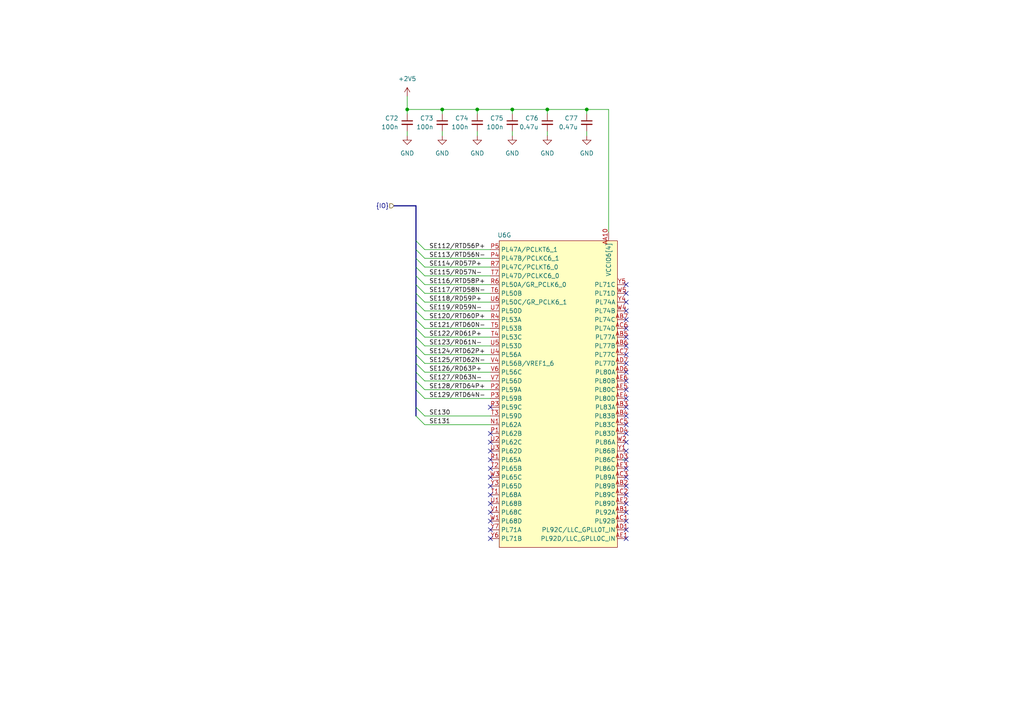
<source format=kicad_sch>
(kicad_sch (version 20250114) (generator "eeschema") (generator_version "9.0")
  (paper "A4")
  (title_block (title "${Project Designation}") (date "2024-06-30") (rev "${Revision}") (comment 1 "${Project Title}") (comment 2 "FPGA BANK 6") (comment 3 "${Part Number}"))
  (lib_symbols
    (symbol "Device:C_Small" (pin_numbers (hide yes)) (pin_names (offset 0.254) (hide yes))
      (property "Reference" "C" (at 0.254 1.778 0))
      (property "Value" "C_Small" (at 0.254 -2.032 0))
      (symbol "C_Small_1_1"
        (pin passive line (at 0 2.54 270) (length 2.032) (name "~") (number "1"))
        (pin passive line (at 0 -2.54 90) (length 2.032) (name "~") (number "2"))
      )
    )
    (symbol "ECAP5-BSOM:LFE5U-85F-*BG756*"
      (property "Reference" "U" (at -1.016 3.81 0))
      (symbol "LFE5U-85F-*BG756*_1_0"
        (pin power_in line (at -5.08 0 0) (length 2.54) (name "VCC[36]") (number "AA12"))
        (pin passive line (at -5.08 0 0) (length 2.54) (hide yes) (name "VCC") (number "AA13"))
        (pin passive line (at -5.08 0 0) (length 2.54) (hide yes) (name "VCC") (number "AA14"))
        (pin passive line (at -5.08 0 0) (length 2.54) (hide yes) (name "VCC") (number "AA15"))
        (pin passive line (at -5.08 0 0) (length 2.54) (hide yes) (name "VCC") (number "AA16"))
        (pin passive line (at -5.08 0 0) (length 2.54) (hide yes) (name "VCC") (number "AA17"))
        (pin passive line (at -5.08 0 0) (length 2.54) (hide yes) (name "VCC") (number "AA18"))
        (pin passive line (at -5.08 0 0) (length 2.54) (hide yes) (name "VCC") (number "AA19"))
        (pin passive line (at -5.08 0 0) (length 2.54) (hide yes) (name "VCC") (number "AA20"))
        (pin passive line (at -5.08 0 0) (length 2.54) (hide yes) (name "VCC") (number "AA21"))
        (pin passive line (at -5.08 0 0) (length 2.54) (hide yes) (name "VCC") (number "M12"))
        (pin passive line (at -5.08 0 0) (length 2.54) (hide yes) (name "VCC") (number "M13"))
        (pin passive line (at -5.08 0 0) (length 2.54) (hide yes) (name "VCC") (number "M14"))
        (pin passive line (at -5.08 0 0) (length 2.54) (hide yes) (name "VCC") (number "M15"))
        (pin passive line (at -5.08 0 0) (length 2.54) (hide yes) (name "VCC") (number "M16"))
        (pin passive line (at -5.08 0 0) (length 2.54) (hide yes) (name "VCC") (number "M17"))
        (pin passive line (at -5.08 0 0) (length 2.54) (hide yes) (name "VCC") (number "M18"))
        (pin passive line (at -5.08 0 0) (length 2.54) (hide yes) (name "VCC") (number "M19"))
        (pin passive line (at -5.08 0 0) (length 2.54) (hide yes) (name "VCC") (number "M20"))
        (pin passive line (at -5.08 0 0) (length 2.54) (hide yes) (name "VCC") (number "M21"))
        (pin passive line (at -5.08 0 0) (length 2.54) (hide yes) (name "VCC") (number "N12"))
        (pin passive line (at -5.08 0 0) (length 2.54) (hide yes) (name "VCC") (number "N21"))
        (pin passive line (at -5.08 0 0) (length 2.54) (hide yes) (name "VCC") (number "P12"))
        (pin passive line (at -5.08 0 0) (length 2.54) (hide yes) (name "VCC") (number "P21"))
        (pin passive line (at -5.08 0 0) (length 2.54) (hide yes) (name "VCC") (number "R12"))
        (pin passive line (at -5.08 0 0) (length 2.54) (hide yes) (name "VCC") (number "R21"))
        (pin passive line (at -5.08 0 0) (length 2.54) (hide yes) (name "VCC") (number "T12"))
        (pin passive line (at -5.08 0 0) (length 2.54) (hide yes) (name "VCC") (number "T21"))
        (pin passive line (at -5.08 0 0) (length 2.54) (hide yes) (name "VCC") (number "U12"))
        (pin passive line (at -5.08 0 0) (length 2.54) (hide yes) (name "VCC") (number "U21"))
        (pin passive line (at -5.08 0 0) (length 2.54) (hide yes) (name "VCC") (number "V12"))
        (pin passive line (at -5.08 0 0) (length 2.54) (hide yes) (name "VCC") (number "V21"))
        (pin passive line (at -5.08 0 0) (length 2.54) (hide yes) (name "VCC") (number "W12"))
        (pin passive line (at -5.08 0 0) (length 2.54) (hide yes) (name "VCC") (number "W21"))
        (pin passive line (at -5.08 0 0) (length 2.54) (hide yes) (name "VCC") (number "Y12"))
        (pin passive line (at -5.08 0 0) (length 2.54) (hide yes) (name "VCC") (number "Y21"))
        (pin power_in line (at 8.89 -15.24 90) (length 2.54) (name "GND[266]") (number "AA11"))
        (pin passive line (at 8.89 -15.24 90) (length 2.54) (hide yes) (name "GND") (number "AA22"))
        (pin passive line (at 8.89 -15.24 90) (length 2.54) (hide yes) (name "GND") (number "AB11"))
        (pin passive line (at 8.89 -15.24 90) (length 2.54) (hide yes) (name "GND") (number "AB12"))
        (pin passive line (at 8.89 -15.24 90) (length 2.54) (hide yes) (name "GND") (number "AB13"))
        (pin passive line (at 8.89 -15.24 90) (length 2.54) (hide yes) (name "GND") (number "AB14"))
        (pin passive line (at 8.89 -15.24 90) (length 2.54) (hide yes) (name "GND") (number "AB15"))
        (pin passive line (at 8.89 -15.24 90) (length 2.54) (hide yes) (name "GND") (number "AB16"))
        (pin passive line (at 8.89 -15.24 90) (length 2.54) (hide yes) (name "GND") (number "AB17"))
        (pin passive line (at 8.89 -15.24 90) (length 2.54) (hide yes) (name "GND") (number "AB18"))
        (pin passive line (at 8.89 -15.24 90) (length 2.54) (hide yes) (name "GND") (number "AB19"))
        (pin passive line (at 8.89 -15.24 90) (length 2.54) (hide yes) (name "GND") (number "AB20"))
        (pin passive line (at 8.89 -15.24 90) (length 2.54) (hide yes) (name "GND") (number "AB21"))
        (pin passive line (at 8.89 -15.24 90) (length 2.54) (hide yes) (name "GND") (number "AB22"))
        (pin passive line (at 8.89 -15.24 90) (length 2.54) (hide yes) (name "GND") (number "AC12"))
        (pin passive line (at 8.89 -15.24 90) (length 2.54) (hide yes) (name "GND") (number "AC13"))
        (pin passive line (at 8.89 -15.24 90) (length 2.54) (hide yes) (name "GND") (number "AC14"))
        (pin passive line (at 8.89 -15.24 90) (length 2.54) (hide yes) (name "GND") (number "AC15"))
        (pin passive line (at 8.89 -15.24 90) (length 2.54) (hide yes) (name "GND") (number "AC16"))
        (pin passive line (at 8.89 -15.24 90) (length 2.54) (hide yes) (name "GND") (number "AC17"))
        (pin passive line (at 8.89 -15.24 90) (length 2.54) (hide yes) (name "GND") (number "AC18"))
        (pin passive line (at 8.89 -15.24 90) (length 2.54) (hide yes) (name "GND") (number "AC19"))
        (pin passive line (at 8.89 -15.24 90) (length 2.54) (hide yes) (name "GND") (number "AC20"))
        (pin passive line (at 8.89 -15.24 90) (length 2.54) (hide yes) (name "GND") (number "AC21"))
        (pin passive line (at 8.89 -15.24 90) (length 2.54) (hide yes) (name "GND") (number "AD2"))
        (pin passive line (at 8.89 -15.24 90) (length 2.54) (hide yes) (name "GND") (number "AD28"))
        (pin passive line (at 8.89 -15.24 90) (length 2.54) (hide yes) (name "GND") (number "AD31"))
        (pin passive line (at 8.89 -15.24 90) (length 2.54) (hide yes) (name "GND") (number "AD5"))
        (pin passive line (at 8.89 -15.24 90) (length 2.54) (hide yes) (name "GND") (number "AF11"))
        (pin passive line (at 8.89 -15.24 90) (length 2.54) (hide yes) (name "GND") (number "AF12"))
        (pin passive line (at 8.89 -15.24 90) (length 2.54) (hide yes) (name "GND") (number "AF14"))
        (pin passive line (at 8.89 -15.24 90) (length 2.54) (hide yes) (name "GND") (number "AF15"))
        (pin passive line (at 8.89 -15.24 90) (length 2.54) (hide yes) (name "GND") (number "AF16"))
        (pin passive line (at 8.89 -15.24 90) (length 2.54) (hide yes) (name "GND") (number "AF17"))
        (pin passive line (at 8.89 -15.24 90) (length 2.54) (hide yes) (name "GND") (number "AF19"))
        (pin passive line (at 8.89 -15.24 90) (length 2.54) (hide yes) (name "GND") (number "AF20"))
        (pin passive line (at 8.89 -15.24 90) (length 2.54) (hide yes) (name "GND") (number "AF22"))
        (pin passive line (at 8.89 -15.24 90) (length 2.54) (hide yes) (name "GND") (number "AF23"))
        (pin passive line (at 8.89 -15.24 90) (length 2.54) (hide yes) (name "GND") (number "AG11"))
        (pin passive line (at 8.89 -15.24 90) (length 2.54) (hide yes) (name "GND") (number "AG12"))
        (pin passive line (at 8.89 -15.24 90) (length 2.54) (hide yes) (name "GND") (number "AG14"))
        (pin passive line (at 8.89 -15.24 90) (length 2.54) (hide yes) (name "GND") (number "AG15"))
        (pin passive line (at 8.89 -15.24 90) (length 2.54) (hide yes) (name "GND") (number "AG16"))
        (pin passive line (at 8.89 -15.24 90) (length 2.54) (hide yes) (name "GND") (number "AG17"))
        (pin passive line (at 8.89 -15.24 90) (length 2.54) (hide yes) (name "GND") (number "AG19"))
        (pin passive line (at 8.89 -15.24 90) (length 2.54) (hide yes) (name "GND") (number "AG20"))
        (pin passive line (at 8.89 -15.24 90) (length 2.54) (hide yes) (name "GND") (number "AG22"))
        (pin passive line (at 8.89 -15.24 90) (length 2.54) (hide yes) (name "GND") (number "AG23"))
        (pin passive line (at 8.89 -15.24 90) (length 2.54) (hide yes) (name "GND") (number "AG9"))
        (pin passive line (at 8.89 -15.24 90) (length 2.54) (hide yes) (name "GND") (number "AH11"))
        (pin passive line (at 8.89 -15.24 90) (length 2.54) (hide yes) (name "GND") (number "AH12"))
        (pin passive line (at 8.89 -15.24 90) (length 2.54) (hide yes) (name "GND") (number "AH14"))
        (pin passive line (at 8.89 -15.24 90) (length 2.54) (hide yes) (name "GND") (number "AH15"))
        (pin passive line (at 8.89 -15.24 90) (length 2.54) (hide yes) (name "GND") (number "AH16"))
        (pin passive line (at 8.89 -15.24 90) (length 2.54) (hide yes) (name "GND") (number "AH17"))
        (pin passive line (at 8.89 -15.24 90) (length 2.54) (hide yes) (name "GND") (number "AH19"))
        (pin passive line (at 8.89 -15.24 90) (length 2.54) (hide yes) (name "GND") (number "AH2"))
        (pin passive line (at 8.89 -15.24 90) (length 2.54) (hide yes) (name "GND") (number "AH20"))
        (pin passive line (at 8.89 -15.24 90) (length 2.54) (hide yes) (name "GND") (number "AH22"))
        (pin passive line (at 8.89 -15.24 90) (length 2.54) (hide yes) (name "GND") (number "AH23"))
        (pin passive line (at 8.89 -15.24 90) (length 2.54) (hide yes) (name "GND") (number "AH24"))
        (pin passive line (at 8.89 -15.24 90) (length 2.54) (hide yes) (name "GND") (number "AH25"))
        (pin passive line (at 8.89 -15.24 90) (length 2.54) (hide yes) (name "GND") (number "AH26"))
        (pin passive line (at 8.89 -15.24 90) (length 2.54) (hide yes) (name "GND") (number "AH29"))
        (pin passive line (at 8.89 -15.24 90) (length 2.54) (hide yes) (name "GND") (number "AH31"))
        (pin passive line (at 8.89 -15.24 90) (length 2.54) (hide yes) (name "GND") (number "AH5"))
        (pin passive line (at 8.89 -15.24 90) (length 2.54) (hide yes) (name "GND") (number "AH7"))
        (pin passive line (at 8.89 -15.24 90) (length 2.54) (hide yes) (name "GND") (number "AH8"))
        (pin passive line (at 8.89 -15.24 90) (length 2.54) (hide yes) (name "GND") (number "AH9"))
        (pin passive line (at 8.89 -15.24 90) (length 2.54) (hide yes) (name "GND") (number "AJ10"))
        (pin passive line (at 8.89 -15.24 90) (length 2.54) (hide yes) (name "GND") (number "AJ11"))
        (pin passive line (at 8.89 -15.24 90) (length 2.54) (hide yes) (name "GND") (number "AJ12"))
        (pin passive line (at 8.89 -15.24 90) (length 2.54) (hide yes) (name "GND") (number "AJ13"))
        (pin passive line (at 8.89 -15.24 90) (length 2.54) (hide yes) (name "GND") (number "AJ14"))
        (pin passive line (at 8.89 -15.24 90) (length 2.54) (hide yes) (name "GND") (number "AJ15"))
        (pin passive line (at 8.89 -15.24 90) (length 2.54) (hide yes) (name "GND") (number "AJ16"))
        (pin passive line (at 8.89 -15.24 90) (length 2.54) (hide yes) (name "GND") (number "AJ17"))
        (pin passive line (at 8.89 -15.24 90) (length 2.54) (hide yes) (name "GND") (number "AJ18"))
        (pin passive line (at 8.89 -15.24 90) (length 2.54) (hide yes) (name "GND") (number "AJ19"))
        (pin passive line (at 8.89 -15.24 90) (length 2.54) (hide yes) (name "GND") (number "AJ20"))
        (pin passive line (at 8.89 -15.24 90) (length 2.54) (hide yes) (name "GND") (number "AJ21"))
        (pin passive line (at 8.89 -15.24 90) (length 2.54) (hide yes) (name "GND") (number "AJ22"))
        (pin passive line (at 8.89 -15.24 90) (length 2.54) (hide yes) (name "GND") (number "AJ23"))
        (pin passive line (at 8.89 -15.24 90) (length 2.54) (hide yes) (name "GND") (number "AJ24"))
        (pin passive line (at 8.89 -15.24 90) (length 2.54) (hide yes) (name "GND") (number "AJ25"))
        (pin passive line (at 8.89 -15.24 90) (length 2.54) (hide yes) (name "GND") (number "AJ26"))
        (pin passive line (at 8.89 -15.24 90) (length 2.54) (hide yes) (name "GND") (number "AJ7"))
        (pin passive line (at 8.89 -15.24 90) (length 2.54) (hide yes) (name "GND") (number "AJ8"))
        (pin passive line (at 8.89 -15.24 90) (length 2.54) (hide yes) (name "GND") (number "AJ9"))
        (pin passive line (at 8.89 -15.24 90) (length 2.54) (hide yes) (name "GND") (number "AK11"))
        (pin passive line (at 8.89 -15.24 90) (length 2.54) (hide yes) (name "GND") (number "AK14"))
        (pin passive line (at 8.89 -15.24 90) (length 2.54) (hide yes) (name "GND") (number "AK17"))
        (pin passive line (at 8.89 -15.24 90) (length 2.54) (hide yes) (name "GND") (number "AK20"))
        (pin passive line (at 8.89 -15.24 90) (length 2.54) (hide yes) (name "GND") (number "AK23"))
        (pin passive line (at 8.89 -15.24 90) (length 2.54) (hide yes) (name "GND") (number "AK26"))
        (pin passive line (at 8.89 -15.24 90) (length 2.54) (hide yes) (name "GND") (number "AK7"))
        (pin passive line (at 8.89 -15.24 90) (length 2.54) (hide yes) (name "GND") (number "AK8"))
        (pin passive line (at 8.89 -15.24 90) (length 2.54) (hide yes) (name "GND") (number "AL11"))
        (pin passive line (at 8.89 -15.24 90) (length 2.54) (hide yes) (name "GND") (number "AL12"))
        (pin passive line (at 8.89 -15.24 90) (length 2.54) (hide yes) (name "GND") (number "AL14"))
        (pin passive line (at 8.89 -15.24 90) (length 2.54) (hide yes) (name "GND") (number "AL15"))
        (pin passive line (at 8.89 -15.24 90) (length 2.54) (hide yes) (name "GND") (number "AL17"))
        (pin passive line (at 8.89 -15.24 90) (length 2.54) (hide yes) (name "GND") (number "AL18"))
        (pin passive line (at 8.89 -15.24 90) (length 2.54) (hide yes) (name "GND") (number "AL2"))
        (pin passive line (at 8.89 -15.24 90) (length 2.54) (hide yes) (name "GND") (number "AL20"))
        (pin passive line (at 8.89 -15.24 90) (length 2.54) (hide yes) (name "GND") (number "AL21"))
        (pin passive line (at 8.89 -15.24 90) (length 2.54) (hide yes) (name "GND") (number "AL23"))
        (pin passive line (at 8.89 -15.24 90) (length 2.54) (hide yes) (name "GND") (number "AL24"))
        (pin passive line (at 8.89 -15.24 90) (length 2.54) (hide yes) (name "GND") (number "AL26"))
        (pin passive line (at 8.89 -15.24 90) (length 2.54) (hide yes) (name "GND") (number "AL29"))
        (pin passive line (at 8.89 -15.24 90) (length 2.54) (hide yes) (name "GND") (number "AL31"))
        (pin passive line (at 8.89 -15.24 90) (length 2.54) (hide yes) (name "GND") (number "AL5"))
        (pin passive line (at 8.89 -15.24 90) (length 2.54) (hide yes) (name "GND") (number "AL7"))
        (pin passive line (at 8.89 -15.24 90) (length 2.54) (hide yes) (name "GND") (number "AL8"))
        (pin passive line (at 8.89 -15.24 90) (length 2.54) (hide yes) (name "GND") (number "AL9"))
        (pin passive line (at 8.89 -15.24 90) (length 2.54) (hide yes) (name "GND") (number "AM11"))
        (pin passive line (at 8.89 -15.24 90) (length 2.54) (hide yes) (name "GND") (number "AM12"))
        (pin passive line (at 8.89 -15.24 90) (length 2.54) (hide yes) (name "GND") (number "AM14"))
        (pin passive line (at 8.89 -15.24 90) (length 2.54) (hide yes) (name "GND") (number "AM15"))
        (pin passive line (at 8.89 -15.24 90) (length 2.54) (hide yes) (name "GND") (number "AM17"))
        (pin passive line (at 8.89 -15.24 90) (length 2.54) (hide yes) (name "GND") (number "AM18"))
        (pin passive line (at 8.89 -15.24 90) (length 2.54) (hide yes) (name "GND") (number "AM20"))
        (pin passive line (at 8.89 -15.24 90) (length 2.54) (hide yes) (name "GND") (number "AM21"))
        (pin passive line (at 8.89 -15.24 90) (length 2.54) (hide yes) (name "GND") (number "AM23"))
        (pin passive line (at 8.89 -15.24 90) (length 2.54) (hide yes) (name "GND") (number "AM24"))
        (pin passive line (at 8.89 -15.24 90) (length 2.54) (hide yes) (name "GND") (number "AM26"))
        (pin passive line (at 8.89 -15.24 90) (length 2.54) (hide yes) (name "GND") (number "AM7"))
        (pin passive line (at 8.89 -15.24 90) (length 2.54) (hide yes) (name "GND") (number "AM8"))
        (pin passive line (at 8.89 -15.24 90) (length 2.54) (hide yes) (name "GND") (number "AM9"))
        (pin passive line (at 8.89 -15.24 90) (length 2.54) (hide yes) (name "GND") (number "B13"))
        (pin passive line (at 8.89 -15.24 90) (length 2.54) (hide yes) (name "GND") (number "B15"))
        (pin passive line (at 8.89 -15.24 90) (length 2.54) (hide yes) (name "GND") (number "B18"))
        (pin passive line (at 8.89 -15.24 90) (length 2.54) (hide yes) (name "GND") (number "B2"))
        (pin passive line (at 8.89 -15.24 90) (length 2.54) (hide yes) (name "GND") (number "B20"))
        (pin passive line (at 8.89 -15.24 90) (length 2.54) (hide yes) (name "GND") (number "B24"))
        (pin passive line (at 8.89 -15.24 90) (length 2.54) (hide yes) (name "GND") (number "B28"))
        (pin passive line (at 8.89 -15.24 90) (length 2.54) (hide yes) (name "GND") (number "B31"))
        (pin passive line (at 8.89 -15.24 90) (length 2.54) (hide yes) (name "GND") (number "B5"))
        (pin passive line (at 8.89 -15.24 90) (length 2.54) (hide yes) (name "GND") (number "B9"))
        (pin passive line (at 8.89 -15.24 90) (length 2.54) (hide yes) (name "GND") (number "E13"))
        (pin passive line (at 8.89 -15.24 90) (length 2.54) (hide yes) (name "GND") (number "E15"))
        (pin passive line (at 8.89 -15.24 90) (length 2.54) (hide yes) (name "GND") (number "E18"))
        (pin passive line (at 8.89 -15.24 90) (length 2.54) (hide yes) (name "GND") (number "E2"))
        (pin passive line (at 8.89 -15.24 90) (length 2.54) (hide yes) (name "GND") (number "E20"))
        (pin passive line (at 8.89 -15.24 90) (length 2.54) (hide yes) (name "GND") (number "E24"))
        (pin passive line (at 8.89 -15.24 90) (length 2.54) (hide yes) (name "GND") (number "E28"))
        (pin passive line (at 8.89 -15.24 90) (length 2.54) (hide yes) (name "GND") (number "E31"))
        (pin passive line (at 8.89 -15.24 90) (length 2.54) (hide yes) (name "GND") (number "E5"))
        (pin passive line (at 8.89 -15.24 90) (length 2.54) (hide yes) (name "GND") (number "E9"))
        (pin passive line (at 8.89 -15.24 90) (length 2.54) (hide yes) (name "GND") (number "J2"))
        (pin passive line (at 8.89 -15.24 90) (length 2.54) (hide yes) (name "GND") (number "J28"))
        (pin passive line (at 8.89 -15.24 90) (length 2.54) (hide yes) (name "GND") (number "J31"))
        (pin passive line (at 8.89 -15.24 90) (length 2.54) (hide yes) (name "GND") (number "J5"))
        (pin passive line (at 8.89 -15.24 90) (length 2.54) (hide yes) (name "GND") (number "K10"))
        (pin passive line (at 8.89 -15.24 90) (length 2.54) (hide yes) (name "GND") (number "K11"))
        (pin passive line (at 8.89 -15.24 90) (length 2.54) (hide yes) (name "GND") (number "K22"))
        (pin passive line (at 8.89 -15.24 90) (length 2.54) (hide yes) (name "GND") (number "K23"))
        (pin passive line (at 8.89 -15.24 90) (length 2.54) (hide yes) (name "GND") (number "L10"))
        (pin passive line (at 8.89 -15.24 90) (length 2.54) (hide yes) (name "GND") (number "L11"))
        (pin passive line (at 8.89 -15.24 90) (length 2.54) (hide yes) (name "GND") (number "L12"))
        (pin passive line (at 8.89 -15.24 90) (length 2.54) (hide yes) (name "GND") (number "L13"))
        (pin passive line (at 8.89 -15.24 90) (length 2.54) (hide yes) (name "GND") (number "L14"))
        (pin passive line (at 8.89 -15.24 90) (length 2.54) (hide yes) (name "GND") (number "L15"))
        (pin passive line (at 8.89 -15.24 90) (length 2.54) (hide yes) (name "GND") (number "L16"))
        (pin passive line (at 8.89 -15.24 90) (length 2.54) (hide yes) (name "GND") (number "L17"))
        (pin passive line (at 8.89 -15.24 90) (length 2.54) (hide yes) (name "GND") (number "L18"))
        (pin passive line (at 8.89 -15.24 90) (length 2.54) (hide yes) (name "GND") (number "L19"))
        (pin passive line (at 8.89 -15.24 90) (length 2.54) (hide yes) (name "GND") (number "L20"))
        (pin passive line (at 8.89 -15.24 90) (length 2.54) (hide yes) (name "GND") (number "L21"))
        (pin passive line (at 8.89 -15.24 90) (length 2.54) (hide yes) (name "GND") (number "L22"))
        (pin passive line (at 8.89 -15.24 90) (length 2.54) (hide yes) (name "GND") (number "L23"))
        (pin passive line (at 8.89 -15.24 90) (length 2.54) (hide yes) (name "GND") (number "M11"))
        (pin passive line (at 8.89 -15.24 90) (length 2.54) (hide yes) (name "GND") (number "M22"))
        (pin passive line (at 8.89 -15.24 90) (length 2.54) (hide yes) (name "GND") (number "N11"))
        (pin passive line (at 8.89 -15.24 90) (length 2.54) (hide yes) (name "GND") (number "N13"))
        (pin passive line (at 8.89 -15.24 90) (length 2.54) (hide yes) (name "GND") (number "N14"))
        (pin passive line (at 8.89 -15.24 90) (length 2.54) (hide yes) (name "GND") (number "N15"))
        (pin passive line (at 8.89 -15.24 90) (length 2.54) (hide yes) (name "GND") (number "N16"))
        (pin passive line (at 8.89 -15.24 90) (length 2.54) (hide yes) (name "GND") (number "N17"))
        (pin passive line (at 8.89 -15.24 90) (length 2.54) (hide yes) (name "GND") (number "N18"))
        (pin passive line (at 8.89 -15.24 90) (length 2.54) (hide yes) (name "GND") (number "N19"))
        (pin passive line (at 8.89 -15.24 90) (length 2.54) (hide yes) (name "GND") (number "N2"))
        (pin passive line (at 8.89 -15.24 90) (length 2.54) (hide yes) (name "GND") (number "N20"))
        (pin passive line (at 8.89 -15.24 90) (length 2.54) (hide yes) (name "GND") (number "N22"))
        (pin passive line (at 8.89 -15.24 90) (length 2.54) (hide yes) (name "GND") (number "N28"))
        (pin passive line (at 8.89 -15.24 90) (length 2.54) (hide yes) (name "GND") (number "N31"))
        (pin passive line (at 8.89 -15.24 90) (length 2.54) (hide yes) (name "GND") (number "N5"))
        (pin passive line (at 8.89 -15.24 90) (length 2.54) (hide yes) (name "GND") (number "P11"))
        (pin passive line (at 8.89 -15.24 90) (length 2.54) (hide yes) (name "GND") (number "P13"))
        (pin passive line (at 8.89 -15.24 90) (length 2.54) (hide yes) (name "GND") (number "P14"))
        (pin passive line (at 8.89 -15.24 90) (length 2.54) (hide yes) (name "GND") (number "P15"))
        (pin passive line (at 8.89 -15.24 90) (length 2.54) (hide yes) (name "GND") (number "P16"))
        (pin passive line (at 8.89 -15.24 90) (length 2.54) (hide yes) (name "GND") (number "P17"))
        (pin passive line (at 8.89 -15.24 90) (length 2.54) (hide yes) (name "GND") (number "P18"))
        (pin passive line (at 8.89 -15.24 90) (length 2.54) (hide yes) (name "GND") (number "P19"))
        (pin passive line (at 8.89 -15.24 90) (length 2.54) (hide yes) (name "GND") (number "P20"))
        (pin passive line (at 8.89 -15.24 90) (length 2.54) (hide yes) (name "GND") (number "P22"))
        (pin passive line (at 8.89 -15.24 90) (length 2.54) (hide yes) (name "GND") (number "R11"))
        (pin passive line (at 8.89 -15.24 90) (length 2.54) (hide yes) (name "GND") (number "R13"))
        (pin passive line (at 8.89 -15.24 90) (length 2.54) (hide yes) (name "GND") (number "R14"))
        (pin passive line (at 8.89 -15.24 90) (length 2.54) (hide yes) (name "GND") (number "R15"))
        (pin passive line (at 8.89 -15.24 90) (length 2.54) (hide yes) (name "GND") (number "R16"))
        (pin passive line (at 8.89 -15.24 90) (length 2.54) (hide yes) (name "GND") (number "R17"))
        (pin passive line (at 8.89 -15.24 90) (length 2.54) (hide yes) (name "GND") (number "R18"))
        (pin passive line (at 8.89 -15.24 90) (length 2.54) (hide yes) (name "GND") (number "R19"))
        (pin passive line (at 8.89 -15.24 90) (length 2.54) (hide yes) (name "GND") (number "R2"))
        (pin passive line (at 8.89 -15.24 90) (length 2.54) (hide yes) (name "GND") (number "R20"))
        (pin passive line (at 8.89 -15.24 90) (length 2.54) (hide yes) (name "GND") (number "R22"))
        (pin passive line (at 8.89 -15.24 90) (length 2.54) (hide yes) (name "GND") (number "R28"))
        (pin passive line (at 8.89 -15.24 90) (length 2.54) (hide yes) (name "GND") (number "R31"))
        (pin passive line (at 8.89 -15.24 90) (length 2.54) (hide yes) (name "GND") (number "R5"))
        (pin passive line (at 8.89 -15.24 90) (length 2.54) (hide yes) (name "GND") (number "T11"))
        (pin passive line (at 8.89 -15.24 90) (length 2.54) (hide yes) (name "GND") (number "T13"))
        (pin passive line (at 8.89 -15.24 90) (length 2.54) (hide yes) (name "GND") (number "T14"))
        (pin passive line (at 8.89 -15.24 90) (length 2.54) (hide yes) (name "GND") (number "T15"))
        (pin passive line (at 8.89 -15.24 90) (length 2.54) (hide yes) (name "GND") (number "T16"))
        (pin passive line (at 8.89 -15.24 90) (length 2.54) (hide yes) (name "GND") (number "T17"))
        (pin passive line (at 8.89 -15.24 90) (length 2.54) (hide yes) (name "GND") (number "T18"))
        (pin passive line (at 8.89 -15.24 90) (length 2.54) (hide yes) (name "GND") (number "T19"))
        (pin passive line (at 8.89 -15.24 90) (length 2.54) (hide yes) (name "GND") (number "T20"))
        (pin passive line (at 8.89 -15.24 90) (length 2.54) (hide yes) (name "GND") (number "T22"))
        (pin passive line (at 8.89 -15.24 90) (length 2.54) (hide yes) (name "GND") (number "U11"))
        (pin passive line (at 8.89 -15.24 90) (length 2.54) (hide yes) (name "GND") (number "U13"))
        (pin passive line (at 8.89 -15.24 90) (length 2.54) (hide yes) (name "GND") (number "U14"))
        (pin passive line (at 8.89 -15.24 90) (length 2.54) (hide yes) (name "GND") (number "U15"))
        (pin passive line (at 8.89 -15.24 90) (length 2.54) (hide yes) (name "GND") (number "U16"))
        (pin passive line (at 8.89 -15.24 90) (length 2.54) (hide yes) (name "GND") (number "U17"))
        (pin passive line (at 8.89 -15.24 90) (length 2.54) (hide yes) (name "GND") (number "U18"))
        (pin passive line (at 8.89 -15.24 90) (length 2.54) (hide yes) (name "GND") (number "U19"))
        (pin passive line (at 8.89 -15.24 90) (length 2.54) (hide yes) (name "GND") (number "U20"))
        (pin passive line (at 8.89 -15.24 90) (length 2.54) (hide yes) (name "GND") (number "U22"))
        (pin passive line (at 8.89 -15.24 90) (length 2.54) (hide yes) (name "GND") (number "V11"))
        (pin passive line (at 8.89 -15.24 90) (length 2.54) (hide yes) (name "GND") (number "V13"))
        (pin passive line (at 8.89 -15.24 90) (length 2.54) (hide yes) (name "GND") (number "V14"))
        (pin passive line (at 8.89 -15.24 90) (length 2.54) (hide yes) (name "GND") (number "V15"))
        (pin passive line (at 8.89 -15.24 90) (length 2.54) (hide yes) (name "GND") (number "V16"))
        (pin passive line (at 8.89 -15.24 90) (length 2.54) (hide yes) (name "GND") (number "V17"))
        (pin passive line (at 8.89 -15.24 90) (length 2.54) (hide yes) (name "GND") (number "V18"))
        (pin passive line (at 8.89 -15.24 90) (length 2.54) (hide yes) (name "GND") (number "V19"))
        (pin passive line (at 8.89 -15.24 90) (length 2.54) (hide yes) (name "GND") (number "V2"))
        (pin passive line (at 8.89 -15.24 90) (length 2.54) (hide yes) (name "GND") (number "V20"))
        (pin passive line (at 8.89 -15.24 90) (length 2.54) (hide yes) (name "GND") (number "V22"))
        (pin passive line (at 8.89 -15.24 90) (length 2.54) (hide yes) (name "GND") (number "V28"))
        (pin passive line (at 8.89 -15.24 90) (length 2.54) (hide yes) (name "GND") (number "V31"))
        (pin passive line (at 8.89 -15.24 90) (length 2.54) (hide yes) (name "GND") (number "V5"))
        (pin passive line (at 8.89 -15.24 90) (length 2.54) (hide yes) (name "GND") (number "W11"))
        (pin passive line (at 8.89 -15.24 90) (length 2.54) (hide yes) (name "GND") (number "W13"))
        (pin passive line (at 8.89 -15.24 90) (length 2.54) (hide yes) (name "GND") (number "W14"))
        (pin passive line (at 8.89 -15.24 90) (length 2.54) (hide yes) (name "GND") (number "W15"))
        (pin passive line (at 8.89 -15.24 90) (length 2.54) (hide yes) (name "GND") (number "W16"))
        (pin passive line (at 8.89 -15.24 90) (length 2.54) (hide yes) (name "GND") (number "W17"))
        (pin passive line (at 8.89 -15.24 90) (length 2.54) (hide yes) (name "GND") (number "W18"))
        (pin passive line (at 8.89 -15.24 90) (length 2.54) (hide yes) (name "GND") (number "W19"))
        (pin passive line (at 8.89 -15.24 90) (length 2.54) (hide yes) (name "GND") (number "W20"))
        (pin passive line (at 8.89 -15.24 90) (length 2.54) (hide yes) (name "GND") (number "W22"))
        (pin passive line (at 8.89 -15.24 90) (length 2.54) (hide yes) (name "GND") (number "Y11"))
        (pin passive line (at 8.89 -15.24 90) (length 2.54) (hide yes) (name "GND") (number "Y13"))
        (pin passive line (at 8.89 -15.24 90) (length 2.54) (hide yes) (name "GND") (number "Y14"))
        (pin passive line (at 8.89 -15.24 90) (length 2.54) (hide yes) (name "GND") (number "Y15"))
        (pin passive line (at 8.89 -15.24 90) (length 2.54) (hide yes) (name "GND") (number "Y16"))
        (pin passive line (at 8.89 -15.24 90) (length 2.54) (hide yes) (name "GND") (number "Y17"))
        (pin passive line (at 8.89 -15.24 90) (length 2.54) (hide yes) (name "GND") (number "Y18"))
        (pin passive line (at 8.89 -15.24 90) (length 2.54) (hide yes) (name "GND") (number "Y19"))
        (pin passive line (at 8.89 -15.24 90) (length 2.54) (hide yes) (name "GND") (number "Y2"))
        (pin passive line (at 8.89 -15.24 90) (length 2.54) (hide yes) (name "GND") (number "Y20"))
        (pin passive line (at 8.89 -15.24 90) (length 2.54) (hide yes) (name "GND") (number "Y22"))
        (pin passive line (at 8.89 -15.24 90) (length 2.54) (hide yes) (name "GND") (number "Y31"))
        (pin no_connect line (at 15.24 -15.24 90) (length 2.54) (hide yes) (name "RESERVED") (number "AK10"))
        (pin no_connect line (at 15.24 -15.24 90) (length 2.54) (hide yes) (name "RESERVED") (number "AK12"))
        (pin no_connect line (at 15.24 -15.24 90) (length 2.54) (hide yes) (name "RESERVED") (number "AK13"))
        (pin no_connect line (at 15.24 -15.24 90) (length 2.54) (hide yes) (name "RESERVED") (number "AK15"))
        (pin no_connect line (at 15.24 -15.24 90) (length 2.54) (hide yes) (name "RESERVED") (number "AK16"))
        (pin no_connect line (at 15.24 -15.24 90) (length 2.54) (hide yes) (name "RESERVED") (number "AK18"))
        (pin no_connect line (at 15.24 -15.24 90) (length 2.54) (hide yes) (name "RESERVED") (number "AK19"))
        (pin no_connect line (at 15.24 -15.24 90) (length 2.54) (hide yes) (name "RESERVED") (number "AK21"))
        (pin no_connect line (at 15.24 -15.24 90) (length 2.54) (hide yes) (name "RESERVED") (number "AK22"))
        (pin no_connect line (at 15.24 -15.24 90) (length 2.54) (hide yes) (name "RESERVED") (number "AK24"))
        (pin no_connect line (at 15.24 -15.24 90) (length 2.54) (hide yes) (name "RESERVED") (number "AK25"))
        (pin no_connect line (at 15.24 -15.24 90) (length 2.54) (hide yes) (name "RESERVED") (number "AK9"))
        (pin no_connect line (at 17.78 -15.24 90) (length 2.54) (hide yes) (name "NC") (number "AC29"))
        (pin no_connect line (at 17.78 -15.24 90) (length 2.54) (hide yes) (name "NC") (number "AC4"))
        (pin no_connect line (at 17.78 -15.24 90) (length 2.54) (hide yes) (name "NC") (number "AE26"))
        (pin no_connect line (at 17.78 -15.24 90) (length 2.54) (hide yes) (name "NC") (number "AE7"))
        (pin no_connect line (at 17.78 -15.24 90) (length 2.54) (hide yes) (name "NC") (number "AG2"))
        (pin no_connect line (at 17.78 -15.24 90) (length 2.54) (hide yes) (name "NC") (number "AG24"))
        (pin no_connect line (at 17.78 -15.24 90) (length 2.54) (hide yes) (name "NC") (number "AG31"))
        (pin no_connect line (at 17.78 -15.24 90) (length 2.54) (hide yes) (name "NC") (number "E26"))
        (pin no_connect line (at 17.78 -15.24 90) (length 2.54) (hide yes) (name "NC") (number "E7"))
        (pin no_connect line (at 17.78 -15.24 90) (length 2.54) (hide yes) (name "NC") (number "G10"))
        (pin no_connect line (at 17.78 -15.24 90) (length 2.54) (hide yes) (name "NC") (number "G11"))
        (pin no_connect line (at 17.78 -15.24 90) (length 2.54) (hide yes) (name "NC") (number "G14"))
        (pin no_connect line (at 17.78 -15.24 90) (length 2.54) (hide yes) (name "NC") (number "G15"))
        (pin no_connect line (at 17.78 -15.24 90) (length 2.54) (hide yes) (name "NC") (number "G16"))
        (pin no_connect line (at 17.78 -15.24 90) (length 2.54) (hide yes) (name "NC") (number "G17"))
        (pin no_connect line (at 17.78 -15.24 90) (length 2.54) (hide yes) (name "NC") (number "G18"))
        (pin no_connect line (at 17.78 -15.24 90) (length 2.54) (hide yes) (name "NC") (number "G19"))
        (pin no_connect line (at 17.78 -15.24 90) (length 2.54) (hide yes) (name "NC") (number "G22"))
        (pin no_connect line (at 17.78 -15.24 90) (length 2.54) (hide yes) (name "NC") (number "G23"))
        (pin no_connect line (at 17.78 -15.24 90) (length 2.54) (hide yes) (name "NC") (number "G24"))
        (pin no_connect line (at 17.78 -15.24 90) (length 2.54) (hide yes) (name "NC") (number "G9"))
        (pin no_connect line (at 17.78 -15.24 90) (length 2.54) (hide yes) (name "NC") (number "H29"))
        (pin no_connect line (at 17.78 -15.24 90) (length 2.54) (hide yes) (name "NC") (number "H4"))
        (pin no_connect line (at 17.78 -15.24 90) (length 2.54) (hide yes) (name "NC") (number "L28"))
        (pin no_connect line (at 17.78 -15.24 90) (length 2.54) (hide yes) (name "NC") (number "L5"))
        (pin no_connect line (at 17.78 -15.24 90) (length 2.54) (hide yes) (name "NC") (number "V3"))
        (pin no_connect line (at 17.78 -15.24 90) (length 2.54) (hide yes) (name "NC") (number "V30"))
        (pin no_connect line (at 17.78 -15.24 90) (length 2.54) (hide yes) (name "NC") (number "W27"))
        (pin no_connect line (at 17.78 -15.24 90) (length 2.54) (hide yes) (name "NC") (number "W6"))
        (pin power_in line (at 22.86 0 180) (length 2.54) (name "VCCAUX[8]") (number "AC11"))
        (pin passive line (at 22.86 0 180) (length 2.54) (hide yes) (name "VCCAUX") (number "AC22"))
        (pin passive line (at 22.86 0 180) (length 2.54) (hide yes) (name "VCCAUX") (number "K13"))
        (pin passive line (at 22.86 0 180) (length 2.54) (hide yes) (name "VCCAUX") (number "K20"))
        (pin passive line (at 22.86 0 180) (length 2.54) (hide yes) (name "VCCAUX") (number "N10"))
        (pin passive line (at 22.86 0 180) (length 2.54) (hide yes) (name "VCCAUX") (number "N23"))
        (pin passive line (at 22.86 0 180) (length 2.54) (hide yes) (name "VCCAUX") (number "Y10"))
        (pin passive line (at 22.86 0 180) (length 2.54) (hide yes) (name "VCCAUX") (number "Y23"))
      )
      (symbol "LFE5U-85F-*BG756*_2_0"
        (pin bidirectional line (at -3.81 0 0) (length 2.54) (name "PT4A/ULC_GPLL1T_IN") (number "B3"))
        (pin bidirectional line (at -3.81 -2.54 0) (length 2.54) (name "PT4B/ULC_GPLL1C_IN") (number "B4"))
        (pin bidirectional line (at -3.81 -5.08 0) (length 2.54) (name "PT6A") (number "A2"))
        (pin bidirectional line (at -3.81 -7.62 0) (length 2.54) (name "PT6B") (number "A3"))
        (pin bidirectional line (at -3.81 -10.16 0) (length 2.54) (name "PT9A") (number "A4"))
        (pin bidirectional line (at -3.81 -12.7 0) (length 2.54) (name "PT9B") (number "A5"))
        (pin bidirectional line (at -3.81 -15.24 0) (length 2.54) (name "PT11A") (number "D7"))
        (pin bidirectional line (at -3.81 -17.78 0) (length 2.54) (name "PT11B") (number "C7"))
        (pin bidirectional line (at -3.81 -20.32 0) (length 2.54) (name "PT13A") (number "B7"))
        (pin bidirectional line (at -3.81 -22.86 0) (length 2.54) (name "PT13B") (number "A7"))
        (pin bidirectional line (at -3.81 -25.4 0) (length 2.54) (name "PT15A") (number "F8"))
        (pin bidirectional line (at -3.81 -27.94 0) (length 2.54) (name "PT15B") (number "E8"))
        (pin bidirectional line (at -3.81 -30.48 0) (length 2.54) (name "PT18A") (number "D8"))
        (pin bidirectional line (at -3.81 -33.02 0) (length 2.54) (name "PT18B") (number "C8"))
        (pin bidirectional line (at -3.81 -35.56 0) (length 2.54) (name "PT20A") (number "B8"))
        (pin bidirectional line (at -3.81 -38.1 0) (length 2.54) (name "PT20B") (number "A8"))
        (pin bidirectional line (at -3.81 -40.64 0) (length 2.54) (name "PT22A") (number "F9"))
        (pin bidirectional line (at -3.81 -43.18 0) (length 2.54) (name "PT22B") (number "D9"))
        (pin bidirectional line (at -3.81 -45.72 0) (length 2.54) (name "PT24A") (number "C9"))
        (pin bidirectional line (at -3.81 -48.26 0) (length 2.54) (name "PT24B") (number "A9"))
        (pin bidirectional line (at -3.81 -50.8 0) (length 2.54) (name "PT27A") (number "F10"))
        (pin bidirectional line (at -3.81 -53.34 0) (length 2.54) (name "PT27B") (number "E10"))
        (pin bidirectional line (at -3.81 -55.88 0) (length 2.54) (name "PT29A") (number "D10"))
        (pin bidirectional line (at -3.81 -58.42 0) (length 2.54) (name "PT29B") (number "C10"))
        (pin bidirectional line (at -3.81 -60.96 0) (length 2.54) (name "PT31A") (number "B10"))
        (pin bidirectional line (at -3.81 -63.5 0) (length 2.54) (name "PT31B") (number "A10"))
        (pin bidirectional line (at -3.81 -66.04 0) (length 2.54) (name "PT33A") (number "F11"))
        (pin bidirectional line (at -3.81 -68.58 0) (length 2.54) (name "PT33B") (number "E11"))
        (pin bidirectional line (at -3.81 -71.12 0) (length 2.54) (name "PT36A") (number "D11"))
        (pin bidirectional line (at -3.81 -73.66 0) (length 2.54) (name "PT36B") (number "C11"))
        (pin power_in line (at 30.48 5.08 270) (length 2.54) (name "VCCIO0[4]") (number "K12"))
        (pin passive line (at 30.48 5.08 270) (length 2.54) (hide yes) (name "VCCIO0") (number "K14"))
        (pin passive line (at 30.48 5.08 270) (length 2.54) (hide yes) (name "VCCIO0") (number "K15"))
        (pin passive line (at 30.48 5.08 270) (length 2.54) (hide yes) (name "VCCIO0") (number "K16"))
        (pin bidirectional line (at 35.56 -10.16 180) (length 2.54) (name "PT38A") (number "B11"))
        (pin bidirectional line (at 35.56 -12.7 180) (length 2.54) (name "PT38B") (number "A11"))
        (pin bidirectional line (at 35.56 -15.24 180) (length 2.54) (name "PT40A") (number "F13"))
        (pin bidirectional line (at 35.56 -17.78 180) (length 2.54) (name "PT40B") (number "D13"))
        (pin bidirectional line (at 35.56 -20.32 180) (length 2.54) (name "PT42A") (number "C13"))
        (pin bidirectional line (at 35.56 -22.86 180) (length 2.54) (name "PT42B") (number "A13"))
        (pin bidirectional line (at 35.56 -25.4 180) (length 2.54) (name "PT45A") (number "F14"))
        (pin bidirectional line (at 35.56 -27.94 180) (length 2.54) (name "PT45B") (number "E14"))
        (pin bidirectional line (at 35.56 -30.48 180) (length 2.54) (name "PT47A") (number "D14"))
        (pin bidirectional line (at 35.56 -33.02 180) (length 2.54) (name "PT47B") (number "C14"))
        (pin bidirectional line (at 35.56 -35.56 180) (length 2.54) (name "PT49A") (number "B14"))
        (pin bidirectional line (at 35.56 -38.1 180) (length 2.54) (name "PT49B") (number "A14"))
        (pin bidirectional line (at 35.56 -40.64 180) (length 2.54) (name "PT51A") (number "F15"))
        (pin bidirectional line (at 35.56 -43.18 180) (length 2.54) (name "PT51B") (number "D15"))
        (pin bidirectional line (at 35.56 -45.72 180) (length 2.54) (name "PT54A") (number "C15"))
        (pin bidirectional line (at 35.56 -48.26 180) (length 2.54) (name "PT54B") (number "A15"))
        (pin bidirectional line (at 35.56 -50.8 180) (length 2.54) (name "PT56A") (number "F16"))
        (pin bidirectional line (at 35.56 -53.34 180) (length 2.54) (name "PT56B") (number "E16"))
        (pin bidirectional line (at 35.56 -55.88 180) (length 2.54) (name "PT58A") (number "D16"))
        (pin bidirectional line (at 35.56 -58.42 180) (length 2.54) (name "PT58B") (number "C16"))
        (pin bidirectional line (at 35.56 -60.96 180) (length 2.54) (name "PT60A/GR_PCLK0_1") (number "B16"))
        (pin bidirectional line (at 35.56 -63.5 180) (length 2.54) (name "PT60B/GR_PCLK0_0") (number "A16"))
        (pin bidirectional line (at 35.56 -66.04 180) (length 2.54) (name "PT63A/PCLKT0_1") (number "A17"))
        (pin bidirectional line (at 35.56 -68.58 180) (length 2.54) (name "PT63B/PCLKC0_1") (number "B17"))
        (pin bidirectional line (at 35.56 -71.12 180) (length 2.54) (name "PT65A/PCLKT0_0") (number "C17"))
        (pin bidirectional line (at 35.56 -73.66 180) (length 2.54) (name "PT65B/PCLKC0_0") (number "D17"))
      )
      (symbol "LFE5U-85F-*BG756*_3_0"
        (pin bidirectional line (at -3.81 0 0) (length 2.54) (name "PT69A/PCLKT1_1") (number "E17"))
        (pin bidirectional line (at -3.81 -2.54 0) (length 2.54) (name "PT69B/PCLKC1_1") (number "F17"))
        (pin bidirectional line (at -3.81 -5.08 0) (length 2.54) (name "PT71A/PCLKT1_0") (number "A18"))
        (pin bidirectional line (at -3.81 -7.62 0) (length 2.54) (name "PT71B/PCLKC1_0") (number "C18"))
        (pin bidirectional line (at -3.81 -10.16 0) (length 2.54) (name "PT74A/GR_PCLK1_0") (number "D18"))
        (pin bidirectional line (at -3.81 -12.7 0) (length 2.54) (name "PT74B/GR_PCLK1_1") (number "F18"))
        (pin bidirectional line (at -3.81 -15.24 0) (length 2.54) (name "PT76A") (number "A19"))
        (pin bidirectional line (at -3.81 -17.78 0) (length 2.54) (name "PT76B") (number "B19"))
        (pin bidirectional line (at -3.81 -20.32 0) (length 2.54) (name "PT78A") (number "C19"))
        (pin bidirectional line (at -3.81 -22.86 0) (length 2.54) (name "PT78B") (number "D19"))
        (pin bidirectional line (at -3.81 -25.4 0) (length 2.54) (name "PT80A") (number "E19"))
        (pin bidirectional line (at -3.81 -27.94 0) (length 2.54) (name "PT80B") (number "F19"))
        (pin bidirectional line (at -3.81 -30.48 0) (length 2.54) (name "PT83A") (number "A20"))
        (pin bidirectional line (at -3.81 -33.02 0) (length 2.54) (name "PT83B") (number "C20"))
        (pin bidirectional line (at -3.81 -35.56 0) (length 2.54) (name "PT85A") (number "D20"))
        (pin bidirectional line (at -3.81 -38.1 0) (length 2.54) (name "PT85B") (number "F20"))
        (pin bidirectional line (at -3.81 -40.64 0) (length 2.54) (name "PT87A") (number "A22"))
        (pin bidirectional line (at -3.81 -43.18 0) (length 2.54) (name "PT87B") (number "B22"))
        (pin bidirectional line (at -3.81 -45.72 0) (length 2.54) (name "PT89A") (number "C22"))
        (pin bidirectional line (at -3.81 -48.26 0) (length 2.54) (name "PT89B") (number "D22"))
        (pin bidirectional line (at -3.81 -50.8 0) (length 2.54) (name "PT92A") (number "E22"))
        (pin bidirectional line (at -3.81 -53.34 0) (length 2.54) (name "PT92B") (number "F22"))
        (pin bidirectional line (at -3.81 -55.88 0) (length 2.54) (name "PT94A") (number "A23"))
        (pin bidirectional line (at -3.81 -58.42 0) (length 2.54) (name "PT94B") (number "B23"))
        (pin bidirectional line (at -3.81 -60.96 0) (length 2.54) (name "PT96A") (number "C23"))
        (pin bidirectional line (at -3.81 -63.5 0) (length 2.54) (name "PT96B") (number "D23"))
        (pin bidirectional line (at -3.81 -66.04 0) (length 2.54) (name "PT98A") (number "E23"))
        (pin bidirectional line (at -3.81 -68.58 0) (length 2.54) (name "PT98B") (number "F23"))
        (pin bidirectional line (at -3.81 -71.12 0) (length 2.54) (name "PT101A") (number "A24"))
        (pin bidirectional line (at -3.81 -73.66 0) (length 2.54) (name "PT101B") (number "C24"))
        (pin power_in line (at 30.48 5.08 270) (length 2.54) (name "VCCIO1[4]") (number "K17"))
        (pin passive line (at 30.48 5.08 270) (length 2.54) (hide yes) (name "VCCIO1") (number "K18"))
        (pin passive line (at 30.48 5.08 270) (length 2.54) (hide yes) (name "VCCIO1") (number "K19"))
        (pin passive line (at 30.48 5.08 270) (length 2.54) (hide yes) (name "VCCIO1") (number "K21"))
        (pin bidirectional line (at 35.56 -30.48 180) (length 2.54) (name "PT103A") (number "D24"))
        (pin bidirectional line (at 35.56 -33.02 180) (length 2.54) (name "PT103B") (number "F24"))
        (pin bidirectional line (at 35.56 -35.56 180) (length 2.54) (name "PT105A") (number "A25"))
        (pin bidirectional line (at 35.56 -38.1 180) (length 2.54) (name "PT105B") (number "B25"))
        (pin bidirectional line (at 35.56 -40.64 180) (length 2.54) (name "PT107A") (number "C25"))
        (pin bidirectional line (at 35.56 -43.18 180) (length 2.54) (name "PT107B") (number "D25"))
        (pin bidirectional line (at 35.56 -45.72 180) (length 2.54) (name "PT110A") (number "E25"))
        (pin bidirectional line (at 35.56 -48.26 180) (length 2.54) (name "PT110B") (number "F25"))
        (pin bidirectional line (at 35.56 -50.8 180) (length 2.54) (name "PT112A") (number "A26"))
        (pin bidirectional line (at 35.56 -53.34 180) (length 2.54) (name "PT112B") (number "B26"))
        (pin bidirectional line (at 35.56 -55.88 180) (length 2.54) (name "PT114A") (number "C26"))
        (pin bidirectional line (at 35.56 -58.42 180) (length 2.54) (name "PT114B") (number "D26"))
        (pin bidirectional line (at 35.56 -60.96 180) (length 2.54) (name "PT116A") (number "A28"))
        (pin bidirectional line (at 35.56 -63.5 180) (length 2.54) (name "PT116B") (number "A29"))
        (pin bidirectional line (at 35.56 -66.04 180) (length 2.54) (name "PT119A") (number "A30"))
        (pin bidirectional line (at 35.56 -68.58 180) (length 2.54) (name "PT119B") (number "A31"))
        (pin bidirectional line (at 35.56 -71.12 180) (length 2.54) (name "PT121A/URC_GPLL1T_IN") (number "B29"))
        (pin bidirectional line (at 35.56 -73.66 180) (length 2.54) (name "PT121B/URC_GPLL1C_IN") (number "B30"))
      )
      (symbol "LFE5U-85F-*BG756*_4_0"
        (pin bidirectional line (at -3.81 0 0) (length 2.54) (name "PR11A/URC_GPLL0T_IN") (number "C28"))
        (pin bidirectional line (at -3.81 -2.54 0) (length 2.54) (name "PR11B/URC_GPLL0C_IN") (number "D28"))
        (pin bidirectional line (at -3.81 -5.08 0) (length 2.54) (name "PR11C") (number "C29"))
        (pin bidirectional line (at -3.81 -7.62 0) (length 2.54) (name "PR11D") (number "C30"))
        (pin bidirectional line (at -3.81 -10.16 0) (length 2.54) (name "PR14A") (number "D29"))
        (pin bidirectional line (at -3.81 -12.7 0) (length 2.54) (name "PR14B") (number "E29"))
        (pin bidirectional line (at -3.81 -15.24 0) (length 2.54) (name "PR14C") (number "F29"))
        (pin bidirectional line (at -3.81 -17.78 0) (length 2.54) (name "PR14D") (number "F28"))
        (pin bidirectional line (at -3.81 -20.32 0) (length 2.54) (name "PR17A") (number "B32"))
        (pin bidirectional line (at -3.81 -22.86 0) (length 2.54) (name "PR17B") (number "C31"))
        (pin bidirectional line (at -3.81 -25.4 0) (length 2.54) (name "PR17C") (number "D30"))
        (pin bidirectional line (at -3.81 -27.94 0) (length 2.54) (name "PR17D") (number "D31"))
        (pin bidirectional line (at -3.81 -30.48 0) (length 2.54) (name "PR20A") (number "F30"))
        (pin bidirectional line (at -3.81 -33.02 0) (length 2.54) (name "PR20B") (number "E30"))
        (pin bidirectional line (at -3.81 -35.56 0) (length 2.54) (name "PR20C") (number "C32"))
        (pin bidirectional line (at -3.81 -38.1 0) (length 2.54) (name "PR20D") (number "D32"))
        (pin bidirectional line (at -3.81 -40.64 0) (length 2.54) (name "PR23A") (number "F31"))
        (pin bidirectional line (at -3.81 -43.18 0) (length 2.54) (name "PR23B") (number "E32"))
        (pin bidirectional line (at -3.81 -45.72 0) (length 2.54) (name "PR23C") (number "F32"))
        (pin bidirectional line (at -3.81 -48.26 0) (length 2.54) (name "PR23D") (number "H32"))
        (pin bidirectional line (at -3.81 -50.8 0) (length 2.54) (name "PR26A") (number "H31"))
        (pin bidirectional line (at -3.81 -53.34 0) (length 2.54) (name "PR26B") (number "H30"))
        (pin bidirectional line (at -3.81 -55.88 0) (length 2.54) (name "PR26C") (number "J30"))
        (pin bidirectional line (at -3.81 -58.42 0) (length 2.54) (name "PR26D") (number "K30"))
        (pin bidirectional line (at -3.81 -60.96 0) (length 2.54) (name "PR29A") (number "K31"))
        (pin bidirectional line (at -3.81 -63.5 0) (length 2.54) (name "PR29B") (number "J32"))
        (pin bidirectional line (at -3.81 -66.04 0) (length 2.54) (name "PR29C") (number "K32"))
        (pin bidirectional line (at -3.81 -68.58 0) (length 2.54) (name "PR29D") (number "L32"))
        (pin bidirectional line (at -3.81 -71.12 0) (length 2.54) (name "PR32A") (number "L31"))
        (pin bidirectional line (at -3.81 -73.66 0) (length 2.54) (name "PR32B") (number "L30"))
        (pin power_in line (at 30.48 5.08 270) (length 2.54) (name "VCCIO2[4]") (number "M23"))
        (pin passive line (at 30.48 5.08 270) (length 2.54) (hide yes) (name "VCCIO2") (number "P23"))
        (pin passive line (at 30.48 5.08 270) (length 2.54) (hide yes) (name "VCCIO2") (number "R23"))
        (pin passive line (at 30.48 5.08 270) (length 2.54) (hide yes) (name "VCCIO2") (number "T23"))
        (pin bidirectional line (at 35.56 -30.48 180) (length 2.54) (name "PR32C") (number "J29"))
        (pin bidirectional line (at 35.56 -33.02 180) (length 2.54) (name "PR32D") (number "K29"))
        (pin bidirectional line (at 35.56 -35.56 180) (length 2.54) (name "PR35A") (number "H27"))
        (pin bidirectional line (at 35.56 -38.1 180) (length 2.54) (name "PR35B") (number "H28"))
        (pin bidirectional line (at 35.56 -40.64 180) (length 2.54) (name "PR35C/VREF1_2") (number "J26"))
        (pin bidirectional line (at 35.56 -43.18 180) (length 2.54) (name "PR35D") (number "J27"))
        (pin bidirectional line (at 35.56 -45.72 180) (length 2.54) (name "PR38A") (number "K27"))
        (pin bidirectional line (at 35.56 -48.26 180) (length 2.54) (name "PR38B") (number "K26"))
        (pin bidirectional line (at 35.56 -50.8 180) (length 2.54) (name "PR38C") (number "K28"))
        (pin bidirectional line (at 35.56 -53.34 180) (length 2.54) (name "PR38D") (number "L29"))
        (pin bidirectional line (at 35.56 -55.88 180) (length 2.54) (name "PR41A/GR_PCLK2_1") (number "N30"))
        (pin bidirectional line (at 35.56 -58.42 180) (length 2.54) (name "PR41B") (number "N29"))
        (pin bidirectional line (at 35.56 -60.96 180) (length 2.54) (name "PR41C/GR_PCLK2_0") (number "L26"))
        (pin bidirectional line (at 35.56 -63.5 180) (length 2.54) (name "PR41D") (number "L27"))
        (pin bidirectional line (at 35.56 -66.04 180) (length 2.54) (name "PR44A/PCLKT2_1") (number "N27"))
        (pin bidirectional line (at 35.56 -68.58 180) (length 2.54) (name "PR44B/PCLKC2_1") (number "N26"))
        (pin bidirectional line (at 35.56 -71.12 180) (length 2.54) (name "PR44C/PCLKT2_0") (number "P27"))
        (pin bidirectional line (at 35.56 -73.66 180) (length 2.54) (name "PR44D/PCLKC2_0") (number "P26"))
      )
      (symbol "LFE5U-85F-*BG756*_5_0"
        (pin bidirectional line (at -3.81 0 0) (length 2.54) (name "PR47A/PCLKT3_1") (number "P28"))
        (pin bidirectional line (at -3.81 -2.54 0) (length 2.54) (name "PR47B/PCLKC3_1") (number "P29"))
        (pin bidirectional line (at -3.81 -5.08 0) (length 2.54) (name "PR47C/PCLKT3_0") (number "R26"))
        (pin bidirectional line (at -3.81 -7.62 0) (length 2.54) (name "PR47D/PCLKC3_0") (number "T26"))
        (pin bidirectional line (at -3.81 -10.16 0) (length 2.54) (name "PR50A/GR_PCLK3_0") (number "R27"))
        (pin bidirectional line (at -3.81 -12.7 0) (length 2.54) (name "PR50B") (number "T27"))
        (pin bidirectional line (at -3.81 -15.24 0) (length 2.54) (name "PR50C/GR_PCLK3_1") (number "U27"))
        (pin bidirectional line (at -3.81 -17.78 0) (length 2.54) (name "PR50D") (number "U26"))
        (pin bidirectional line (at -3.81 -20.32 0) (length 2.54) (name "PR53A") (number "R29"))
        (pin bidirectional line (at -3.81 -22.86 0) (length 2.54) (name "PR53B") (number "T28"))
        (pin bidirectional line (at -3.81 -25.4 0) (length 2.54) (name "PR53C") (number "T29"))
        (pin bidirectional line (at -3.81 -27.94 0) (length 2.54) (name "PR53D") (number "U28"))
        (pin bidirectional line (at -3.81 -30.48 0) (length 2.54) (name "PR56A") (number "U29"))
        (pin bidirectional line (at -3.81 -33.02 0) (length 2.54) (name "PR56B/VREF1_3") (number "V29"))
        (pin bidirectional line (at -3.81 -35.56 0) (length 2.54) (name "PR56C") (number "V27"))
        (pin bidirectional line (at -3.81 -38.1 0) (length 2.54) (name "PR56D") (number "V26"))
        (pin bidirectional line (at -3.81 -40.64 0) (length 2.54) (name "PR59A") (number "P31"))
        (pin bidirectional line (at -3.81 -43.18 0) (length 2.54) (name "PR59B") (number "P30"))
        (pin bidirectional line (at -3.81 -45.72 0) (length 2.54) (name "PR59C") (number "R30"))
        (pin bidirectional line (at -3.81 -48.26 0) (length 2.54) (name "PR59D") (number "T30"))
        (pin bidirectional line (at -3.81 -50.8 0) (length 2.54) (name "PR62A") (number "N32"))
        (pin bidirectional line (at -3.81 -53.34 0) (length 2.54) (name "PR62B") (number "P32"))
        (pin bidirectional line (at -3.81 -55.88 0) (length 2.54) (name "PR62C") (number "U31"))
        (pin bidirectional line (at -3.81 -58.42 0) (length 2.54) (name "PR62D") (number "U30"))
        (pin bidirectional line (at -3.81 -60.96 0) (length 2.54) (name "PR65A") (number "R32"))
        (pin bidirectional line (at -3.81 -63.5 0) (length 2.54) (name "PR65B") (number "T31"))
        (pin bidirectional line (at -3.81 -66.04 0) (length 2.54) (name "PR65C") (number "W30"))
        (pin bidirectional line (at -3.81 -68.58 0) (length 2.54) (name "PR65D") (number "Y30"))
        (pin bidirectional line (at -3.81 -71.12 0) (length 2.54) (name "PR68A") (number "T32"))
        (pin bidirectional line (at -3.81 -73.66 0) (length 2.54) (name "PR68B") (number "U32"))
        (pin bidirectional line (at -3.81 -76.2 0) (length 2.54) (name "PR68C") (number "V32"))
        (pin bidirectional line (at -3.81 -78.74 0) (length 2.54) (name "PR68D") (number "W32"))
        (pin bidirectional line (at -3.81 -81.28 0) (length 2.54) (name "PR71A") (number "Y26"))
        (pin bidirectional line (at -3.81 -83.82 0) (length 2.54) (name "PR71B") (number "Y27"))
        (pin power_in line (at 30.48 5.08 270) (length 2.54) (name "VCCIO3[4]") (number "AA23"))
        (pin passive line (at 30.48 5.08 270) (length 2.54) (hide yes) (name "VCCIO3") (number "U23"))
        (pin passive line (at 30.48 5.08 270) (length 2.54) (hide yes) (name "VCCIO3") (number "V23"))
        (pin passive line (at 30.48 5.08 270) (length 2.54) (hide yes) (name "VCCIO3") (number "W23"))
        (pin bidirectional line (at 35.56 -10.16 180) (length 2.54) (name "PR71C") (number "Y28"))
        (pin bidirectional line (at 35.56 -12.7 180) (length 2.54) (name "PR71D") (number "W28"))
        (pin bidirectional line (at 35.56 -15.24 180) (length 2.54) (name "PR74A") (number "Y29"))
        (pin bidirectional line (at 35.56 -17.78 180) (length 2.54) (name "PR74B") (number "W29"))
        (pin bidirectional line (at 35.56 -20.32 180) (length 2.54) (name "PR74C") (number "AB26"))
        (pin bidirectional line (at 35.56 -22.86 180) (length 2.54) (name "PR74D") (number "AC27"))
        (pin bidirectional line (at 35.56 -25.4 180) (length 2.54) (name "PR77A") (number "AB28"))
        (pin bidirectional line (at 35.56 -27.94 180) (length 2.54) (name "PR77B") (number "AB27"))
        (pin bidirectional line (at 35.56 -30.48 180) (length 2.54) (name "PR77C") (number "AC26"))
        (pin bidirectional line (at 35.56 -33.02 180) (length 2.54) (name "PR77D") (number "AD26"))
        (pin bidirectional line (at 35.56 -35.56 180) (length 2.54) (name "PR80A") (number "AD27"))
        (pin bidirectional line (at 35.56 -38.1 180) (length 2.54) (name "PR80B") (number "AE27"))
        (pin bidirectional line (at 35.56 -40.64 180) (length 2.54) (name "PR80C") (number "AE28"))
        (pin bidirectional line (at 35.56 -43.18 180) (length 2.54) (name "PR80D") (number "AE29"))
        (pin bidirectional line (at 35.56 -45.72 180) (length 2.54) (name "PR83A") (number "AB30"))
        (pin bidirectional line (at 35.56 -48.26 180) (length 2.54) (name "PR83B") (number "AB29"))
        (pin bidirectional line (at 35.56 -50.8 180) (length 2.54) (name "PR83C") (number "AC28"))
        (pin bidirectional line (at 35.56 -53.34 180) (length 2.54) (name "PR83D") (number "AD29"))
        (pin bidirectional line (at 35.56 -55.88 180) (length 2.54) (name "PR86A") (number "W31"))
        (pin bidirectional line (at 35.56 -58.42 180) (length 2.54) (name "PR86B") (number "Y32"))
        (pin bidirectional line (at 35.56 -60.96 180) (length 2.54) (name "PR86C") (number "AD30"))
        (pin bidirectional line (at 35.56 -63.5 180) (length 2.54) (name "PR86D") (number "AE30"))
        (pin bidirectional line (at 35.56 -66.04 180) (length 2.54) (name "PR89A") (number "AC30"))
        (pin bidirectional line (at 35.56 -68.58 180) (length 2.54) (name "PR89B") (number "AB31"))
        (pin bidirectional line (at 35.56 -71.12 180) (length 2.54) (name "PR89C") (number "AC31"))
        (pin bidirectional line (at 35.56 -73.66 180) (length 2.54) (name "PR89D") (number "AE31"))
        (pin bidirectional line (at 35.56 -76.2 180) (length 2.54) (name "PR92A") (number "AB32"))
        (pin bidirectional line (at 35.56 -78.74 180) (length 2.54) (name "PR92B") (number "AC32"))
        (pin bidirectional line (at 35.56 -81.28 180) (length 2.54) (name "PR92C/LRC_GPLL0T_IN") (number "AD32"))
        (pin bidirectional line (at 35.56 -83.82 180) (length 2.54) (name "PR92D/LRC_GPLL0C_IN") (number "AE32"))
      )
      (symbol "LFE5U-85F-*BG756*_6_0"
        (pin bidirectional line (at -5.08 0 0) (length 2.54) (name "PB96A") (number "AM28"))
        (pin bidirectional line (at -5.08 -2.54 0) (length 2.54) (name "PB98A") (number "AL28"))
        (pin bidirectional line (at -5.08 -5.08 0) (length 2.54) (name "PB96B") (number "AM29"))
        (pin bidirectional line (at -5.08 -7.62 0) (length 2.54) (name "PB98B") (number "AK28"))
        (pin bidirectional line (at -5.08 -10.16 0) (length 2.54) (name "PB101A") (number "AK32"))
        (pin bidirectional line (at -5.08 -12.7 0) (length 2.54) (name "PB103A") (number "AM30"))
        (pin bidirectional line (at -5.08 -15.24 0) (length 2.54) (name "PB101B") (number "AJ32"))
        (pin bidirectional line (at -5.08 -17.78 0) (length 2.54) (name "PB103B") (number "AL30"))
        (pin bidirectional line (at -5.08 -20.32 0) (length 2.54) (name "PB105A") (number "AK31"))
        (pin bidirectional line (at -5.08 -22.86 0) (length 2.54) (name "PB107A") (number "AM31"))
        (pin bidirectional line (at -5.08 -25.4 0) (length 2.54) (name "PB105B") (number "AJ31"))
        (pin bidirectional line (at -5.08 -27.94 0) (length 2.54) (name "PB107B") (number "AL32"))
        (pin bidirectional line (at -5.08 -30.48 0) (length 2.54) (name "PB110A") (number "AG28"))
        (pin bidirectional line (at -5.08 -33.02 0) (length 2.54) (name "PB112A") (number "AJ28"))
        (pin bidirectional line (at -5.08 -35.56 0) (length 2.54) (name "PB110B") (number "AG29"))
        (pin bidirectional line (at -5.08 -38.1 0) (length 2.54) (name "PB112B") (number "AH28"))
        (pin bidirectional line (at -5.08 -40.64 0) (length 2.54) (name "PB114A") (number "AH30"))
        (pin bidirectional line (at -5.08 -43.18 0) (length 2.54) (name "PB116A") (number "AK29"))
        (pin bidirectional line (at -5.08 -45.72 0) (length 2.54) (name "PB114B") (number "AG30"))
        (pin bidirectional line (at -5.08 -48.26 0) (length 2.54) (name "PB116B") (number "AK30"))
        (pin bidirectional line (at -5.08 -50.8 0) (length 2.54) (name "PB119A") (number "AH32"))
        (pin bidirectional line (at -5.08 -53.34 0) (length 2.54) (name "PB121A") (number "AJ29"))
        (pin bidirectional line (at -5.08 -55.88 0) (length 2.54) (name "PB119B") (number "AG32"))
        (pin bidirectional line (at -5.08 -58.42 0) (length 2.54) (name "PB121B") (number "AJ30"))
        (pin power_in line (at 30.48 5.08 270) (length 2.54) (name "VCCIO4[2]") (number "AB23"))
        (pin passive line (at 30.48 5.08 270) (length 2.54) (hide yes) (name "VCCIO4") (number "AC23"))
      )
      (symbol "LFE5U-85F-*BG756*_7_0"
        (pin bidirectional line (at -3.81 0 0) (length 2.54) (name "PL47A/PCLKT6_1") (number "P5"))
        (pin bidirectional line (at -3.81 -2.54 0) (length 2.54) (name "PL47B/PCLKC6_1") (number "P4"))
        (pin bidirectional line (at -3.81 -5.08 0) (length 2.54) (name "PL47C/PCLKT6_0") (number "R7"))
        (pin bidirectional line (at -3.81 -7.62 0) (length 2.54) (name "PL47D/PCLKC6_0") (number "T7"))
        (pin bidirectional line (at -3.81 -10.16 0) (length 2.54) (name "PL50A/GR_PCLK6_0") (number "R6"))
        (pin bidirectional line (at -3.81 -12.7 0) (length 2.54) (name "PL50B") (number "T6"))
        (pin bidirectional line (at -3.81 -15.24 0) (length 2.54) (name "PL50C/GR_PCLK6_1") (number "U6"))
        (pin bidirectional line (at -3.81 -17.78 0) (length 2.54) (name "PL50D") (number "U7"))
        (pin bidirectional line (at -3.81 -20.32 0) (length 2.54) (name "PL53A") (number "R4"))
        (pin bidirectional line (at -3.81 -22.86 0) (length 2.54) (name "PL53B") (number "T5"))
        (pin bidirectional line (at -3.81 -25.4 0) (length 2.54) (name "PL53C") (number "T4"))
        (pin bidirectional line (at -3.81 -27.94 0) (length 2.54) (name "PL53D") (number "U5"))
        (pin bidirectional line (at -3.81 -30.48 0) (length 2.54) (name "PL56A") (number "U4"))
        (pin bidirectional line (at -3.81 -33.02 0) (length 2.54) (name "PL56B/VREF1_6") (number "V4"))
        (pin bidirectional line (at -3.81 -35.56 0) (length 2.54) (name "PL56C") (number "V6"))
        (pin bidirectional line (at -3.81 -38.1 0) (length 2.54) (name "PL56D") (number "V7"))
        (pin bidirectional line (at -3.81 -40.64 0) (length 2.54) (name "PL59A") (number "P2"))
        (pin bidirectional line (at -3.81 -43.18 0) (length 2.54) (name "PL59B") (number "P3"))
        (pin bidirectional line (at -3.81 -45.72 0) (length 2.54) (name "PL59C") (number "R3"))
        (pin bidirectional line (at -3.81 -48.26 0) (length 2.54) (name "PL59D") (number "T3"))
        (pin bidirectional line (at -3.81 -50.8 0) (length 2.54) (name "PL62A") (number "N1"))
        (pin bidirectional line (at -3.81 -53.34 0) (length 2.54) (name "PL62B") (number "P1"))
        (pin bidirectional line (at -3.81 -55.88 0) (length 2.54) (name "PL62C") (number "U2"))
        (pin bidirectional line (at -3.81 -58.42 0) (length 2.54) (name "PL62D") (number "U3"))
        (pin bidirectional line (at -3.81 -60.96 0) (length 2.54) (name "PL65A") (number "R1"))
        (pin bidirectional line (at -3.81 -63.5 0) (length 2.54) (name "PL65B") (number "T2"))
        (pin bidirectional line (at -3.81 -66.04 0) (length 2.54) (name "PL65C") (number "W3"))
        (pin bidirectional line (at -3.81 -68.58 0) (length 2.54) (name "PL65D") (number "Y3"))
        (pin bidirectional line (at -3.81 -71.12 0) (length 2.54) (name "PL68A") (number "T1"))
        (pin bidirectional line (at -3.81 -73.66 0) (length 2.54) (name "PL68B") (number "U1"))
        (pin bidirectional line (at -3.81 -76.2 0) (length 2.54) (name "PL68C") (number "V1"))
        (pin bidirectional line (at -3.81 -78.74 0) (length 2.54) (name "PL68D") (number "W1"))
        (pin bidirectional line (at -3.81 -81.28 0) (length 2.54) (name "PL71A") (number "Y7"))
        (pin bidirectional line (at -3.81 -83.82 0) (length 2.54) (name "PL71B") (number "Y6"))
        (pin power_in line (at 30.48 5.08 270) (length 2.54) (name "VCCIO6[4]") (number "AA10"))
        (pin passive line (at 30.48 5.08 270) (length 2.54) (hide yes) (name "VCCIO6") (number "U10"))
        (pin passive line (at 30.48 5.08 270) (length 2.54) (hide yes) (name "VCCIO6") (number "V10"))
        (pin passive line (at 30.48 5.08 270) (length 2.54) (hide yes) (name "VCCIO6") (number "W10"))
        (pin bidirectional line (at 35.56 -10.16 180) (length 2.54) (name "PL71C") (number "Y5"))
        (pin bidirectional line (at 35.56 -12.7 180) (length 2.54) (name "PL71D") (number "W5"))
        (pin bidirectional line (at 35.56 -15.24 180) (length 2.54) (name "PL74A") (number "Y4"))
        (pin bidirectional line (at 35.56 -17.78 180) (length 2.54) (name "PL74B") (number "W4"))
        (pin bidirectional line (at 35.56 -20.32 180) (length 2.54) (name "PL74C") (number "AB7"))
        (pin bidirectional line (at 35.56 -22.86 180) (length 2.54) (name "PL74D") (number "AC6"))
        (pin bidirectional line (at 35.56 -25.4 180) (length 2.54) (name "PL77A") (number "AB5"))
        (pin bidirectional line (at 35.56 -27.94 180) (length 2.54) (name "PL77B") (number "AB6"))
        (pin bidirectional line (at 35.56 -30.48 180) (length 2.54) (name "PL77C") (number "AC7"))
        (pin bidirectional line (at 35.56 -33.02 180) (length 2.54) (name "PL77D") (number "AD7"))
        (pin bidirectional line (at 35.56 -35.56 180) (length 2.54) (name "PL80A") (number "AD6"))
        (pin bidirectional line (at 35.56 -38.1 180) (length 2.54) (name "PL80B") (number "AE6"))
        (pin bidirectional line (at 35.56 -40.64 180) (length 2.54) (name "PL80C") (number "AE5"))
        (pin bidirectional line (at 35.56 -43.18 180) (length 2.54) (name "PL80D") (number "AE4"))
        (pin bidirectional line (at 35.56 -45.72 180) (length 2.54) (name "PL83A") (number "AB3"))
        (pin bidirectional line (at 35.56 -48.26 180) (length 2.54) (name "PL83B") (number "AB4"))
        (pin bidirectional line (at 35.56 -50.8 180) (length 2.54) (name "PL83C") (number "AC5"))
        (pin bidirectional line (at 35.56 -53.34 180) (length 2.54) (name "PL83D") (number "AD4"))
        (pin bidirectional line (at 35.56 -55.88 180) (length 2.54) (name "PL86A") (number "W2"))
        (pin bidirectional line (at 35.56 -58.42 180) (length 2.54) (name "PL86B") (number "Y1"))
        (pin bidirectional line (at 35.56 -60.96 180) (length 2.54) (name "PL86C") (number "AD3"))
        (pin bidirectional line (at 35.56 -63.5 180) (length 2.54) (name "PL86D") (number "AE3"))
        (pin bidirectional line (at 35.56 -66.04 180) (length 2.54) (name "PL89A") (number "AC3"))
        (pin bidirectional line (at 35.56 -68.58 180) (length 2.54) (name "PL89B") (number "AB2"))
        (pin bidirectional line (at 35.56 -71.12 180) (length 2.54) (name "PL89C") (number "AC2"))
        (pin bidirectional line (at 35.56 -73.66 180) (length 2.54) (name "PL89D") (number "AE2"))
        (pin bidirectional line (at 35.56 -76.2 180) (length 2.54) (name "PL92A") (number "AB1"))
        (pin bidirectional line (at 35.56 -78.74 180) (length 2.54) (name "PL92B") (number "AC1"))
        (pin bidirectional line (at 35.56 -81.28 180) (length 2.54) (name "PL92C/LLC_GPLL0T_IN") (number "AD1"))
        (pin bidirectional line (at 35.56 -83.82 180) (length 2.54) (name "PL92D/LLC_GPLL0C_IN") (number "AE1"))
      )
      (symbol "LFE5U-85F-*BG756*_8_0"
        (pin bidirectional line (at -3.81 0 0) (length 2.54) (name "PL11A/ULC_GPLL0T_IN/LDQ17") (number "C5"))
        (pin bidirectional line (at -3.81 -2.54 0) (length 2.54) (name "PL11B/ULC_GPLL0C_IN/LDQ17") (number "D5"))
        (pin bidirectional line (at -3.81 -5.08 0) (length 2.54) (name "PL11C/LDQ17") (number "C4"))
        (pin bidirectional line (at -3.81 -7.62 0) (length 2.54) (name "PL11D/LDQ17") (number "C3"))
        (pin bidirectional line (at -3.81 -10.16 0) (length 2.54) (name "PL14A/LDQ17") (number "D4"))
        (pin bidirectional line (at -3.81 -12.7 0) (length 2.54) (name "PL14C/LDQ17") (number "F4"))
        (pin bidirectional line (at -3.81 -15.24 0) (length 2.54) (name "PL14B/LDQ17") (number "E4"))
        (pin bidirectional line (at -3.81 -17.78 0) (length 2.54) (name "PL14D/LDQ17") (number "F5"))
        (pin bidirectional line (at -3.81 -20.32 0) (length 2.54) (name "PL17A/LDQS17") (number "B1"))
        (pin bidirectional line (at -3.81 -22.86 0) (length 2.54) (name "PL17C/LDQ17") (number "D3"))
        (pin bidirectional line (at -3.81 -25.4 0) (length 2.54) (name "PL17B/LDQSN17") (number "C2"))
        (pin bidirectional line (at -3.81 -27.94 0) (length 2.54) (name "PL17D/LDQ17") (number "D2"))
        (pin bidirectional line (at -3.81 -30.48 0) (length 2.54) (name "PL20A/LDQ17") (number "F3"))
        (pin bidirectional line (at -3.81 -33.02 0) (length 2.54) (name "PL20C/LDQ17") (number "C1"))
        (pin bidirectional line (at -3.81 -35.56 0) (length 2.54) (name "PL20B/LDQ17") (number "E3"))
        (pin bidirectional line (at -3.81 -38.1 0) (length 2.54) (name "PL20D/LDQ17") (number "D1"))
        (pin bidirectional line (at -3.81 -40.64 0) (length 2.54) (name "PL23A/LDQ29") (number "F2"))
        (pin bidirectional line (at -3.81 -43.18 0) (length 2.54) (name "PL23C/LDQ29") (number "F1"))
        (pin bidirectional line (at -3.81 -45.72 0) (length 2.54) (name "PL23B/LDQ29") (number "E1"))
        (pin bidirectional line (at -3.81 -48.26 0) (length 2.54) (name "PL23D/LDQ29") (number "H1"))
        (pin bidirectional line (at -3.81 -50.8 0) (length 2.54) (name "PL26A/LDQ29") (number "H2"))
        (pin bidirectional line (at -3.81 -53.34 0) (length 2.54) (name "PL26C/LDQ29") (number "J3"))
        (pin bidirectional line (at -3.81 -55.88 0) (length 2.54) (name "PL26B/LDQ29") (number "H3"))
        (pin bidirectional line (at -3.81 -58.42 0) (length 2.54) (name "PL26D/LDQ29") (number "K3"))
        (pin bidirectional line (at -3.81 -60.96 0) (length 2.54) (name "PL29A/LDQS29") (number "K2"))
        (pin bidirectional line (at -3.81 -63.5 0) (length 2.54) (name "PL29C/LDQ29") (number "K1"))
        (pin bidirectional line (at -3.81 -66.04 0) (length 2.54) (name "PL29B/LDQSN29") (number "J1"))
        (pin bidirectional line (at -3.81 -68.58 0) (length 2.54) (name "PL29D/LDQ29") (number "L1"))
        (pin bidirectional line (at -3.81 -71.12 0) (length 2.54) (name "PL32A/LDQ29") (number "L2"))
        (pin bidirectional line (at -3.81 -73.66 0) (length 2.54) (name "PL32C/LDQ29") (number "J4"))
        (pin power_in line (at 40.64 5.08 270) (length 2.54) (name "VCCIO7[4]") (number "M10"))
        (pin passive line (at 40.64 5.08 270) (length 2.54) (hide yes) (name "VCCIO7") (number "P10"))
        (pin passive line (at 40.64 5.08 270) (length 2.54) (hide yes) (name "VCCIO7") (number "R10"))
        (pin passive line (at 40.64 5.08 270) (length 2.54) (hide yes) (name "VCCIO7") (number "T10"))
        (pin bidirectional line (at 45.72 -30.48 180) (length 2.54) (name "PL32B/LDQ29") (number "L3"))
        (pin bidirectional line (at 45.72 -33.02 180) (length 2.54) (name "PL32D/LDQ29") (number "K4"))
        (pin bidirectional line (at 45.72 -35.56 180) (length 2.54) (name "PL35A/LDQ41") (number "H6"))
        (pin bidirectional line (at 45.72 -38.1 180) (length 2.54) (name "PL35C/VREF1_7/LDQ41") (number "J7"))
        (pin bidirectional line (at 45.72 -40.64 180) (length 2.54) (name "PL35B/LDQ41") (number "H5"))
        (pin bidirectional line (at 45.72 -43.18 180) (length 2.54) (name "PL35D/LDQ41") (number "J6"))
        (pin bidirectional line (at 45.72 -45.72 180) (length 2.54) (name "PL38A/LDQ41") (number "K6"))
        (pin bidirectional line (at 45.72 -48.26 180) (length 2.54) (name "PL38C/LDQ41") (number "K5"))
        (pin bidirectional line (at 45.72 -50.8 180) (length 2.54) (name "PL38B/LDQ41") (number "K7"))
        (pin bidirectional line (at 45.72 -53.34 180) (length 2.54) (name "PL38D/LDQ41") (number "L4"))
        (pin bidirectional line (at 45.72 -55.88 180) (length 2.54) (name "PL41A/GR_PCLK7_1/LDQS41") (number "N3"))
        (pin bidirectional line (at 45.72 -58.42 180) (length 2.54) (name "PL41C/GR_PCLK7_0/LDQ41") (number "L7"))
        (pin bidirectional line (at 45.72 -60.96 180) (length 2.54) (name "PL41B/LDQSN41") (number "N4"))
        (pin bidirectional line (at 45.72 -63.5 180) (length 2.54) (name "PL41D/LDQ41") (number "L6"))
        (pin bidirectional line (at 45.72 -66.04 180) (length 2.54) (name "PL44A/PCLKT7_1/LDQ41") (number "N6"))
        (pin bidirectional line (at 45.72 -68.58 180) (length 2.54) (name "PL44C/PCLKT7_0/LDQ41") (number "P6"))
        (pin bidirectional line (at 45.72 -71.12 180) (length 2.54) (name "PL44B/PCLKC7_1/LDQ41") (number "N7"))
        (pin bidirectional line (at 45.72 -73.66 180) (length 2.54) (name "PL44D/PCLKC7_0/LDQ41") (number "P7"))
      )
      (symbol "LFE5U-85F-*BG756*_9_0"
        (pin bidirectional line (at -3.81 0 0) (length 2.54) (name "PB4A/D7/IO7") (number "AG1"))
        (pin bidirectional line (at -3.81 -2.54 0) (length 2.54) (name "PB4B/D6/IO6") (number "AH1"))
        (pin bidirectional line (at -3.81 -5.08 0) (length 2.54) (name "PB6A/D5/MISO2/IO5") (number "AJ1"))
        (pin bidirectional line (at -3.81 -7.62 0) (length 2.54) (name "PB6B/D4/MOSI2/IO4") (number "AK1"))
        (pin bidirectional line (at -3.81 -10.16 0) (length 2.54) (name "PB9A/D3/IO3") (number "AL1"))
        (pin bidirectional line (at -3.81 -12.7 0) (length 2.54) (name "PB9B/D2/IO2") (number "AM2"))
        (pin bidirectional line (at -3.81 -15.24 0) (length 2.54) (name "PB11A/D1/MISO/IO1") (number "AJ2"))
        (pin bidirectional line (at -3.81 -17.78 0) (length 2.54) (name "PB11B/D0/MOSI/IO0") (number "AK2"))
        (pin bidirectional line (at -3.81 -20.32 0) (length 2.54) (name "PB13A/SN/CSN") (number "AG3"))
        (pin bidirectional line (at -3.81 -22.86 0) (length 2.54) (name "PB13B/CS1N") (number "AH3"))
        (pin bidirectional line (at -3.81 -25.4 0) (length 2.54) (name "PB15A/HOLDN/DI/BUSY/CSSPIN/CEN") (number "AJ3"))
        (pin bidirectional line (at -3.81 -27.94 0) (length 2.54) (name "PB15B/DOUT/CS0N") (number "AK3"))
        (pin bidirectional line (at -3.81 -30.48 0) (length 2.54) (name "PB18A/WRITEN") (number "AL3"))
        (pin bidirectional line (at -3.81 -33.02 0) (length 2.54) (name "CCLK/MCLK/SCK") (number "AM3"))
        (pin bidirectional line (at -3.81 -35.56 0) (length 2.54) (name "CFG_2") (number "AK4"))
        (pin bidirectional line (at -3.81 -38.1 0) (length 2.54) (name "CFG_1") (number "AL4"))
        (pin bidirectional line (at -3.81 -40.64 0) (length 2.54) (name "CFG_0") (number "AM4"))
        (pin bidirectional line (at -3.81 -43.18 0) (length 2.54) (name "INITN") (number "AG4"))
        (pin bidirectional line (at -3.81 -45.72 0) (length 2.54) (name "DONE") (number "AJ4"))
        (pin bidirectional line (at -3.81 -48.26 0) (length 2.54) (name "PROGRAMN") (number "AH4"))
        (pin power_in line (at 34.29 5.08 270) (length 2.54) (name "VCCIO8[2]") (number "AB10"))
        (pin passive line (at 34.29 5.08 270) (length 2.54) (hide yes) (name "VCCIO8") (number "AC10"))
      )
      (symbol "LFE5U-85F-*BG756*_10_0"
        (pin output line (at -5.08 0 0) (length 2.54) (name "TDO") (number "AG5"))
        (pin input line (at -5.08 -2.54 0) (length 2.54) (name "TDI") (number "AJ5"))
        (pin input line (at -5.08 -5.08 0) (length 2.54) (name "TCK") (number "AK5"))
        (pin input line (at -5.08 -7.62 0) (length 2.54) (name "TMS") (number "AM5"))
      )
    )
    (symbol "power:+2V5" (power) (pin_numbers (hide yes)) (pin_names (offset 0) (hide yes))
      (property "Value" "+2V5" (at 0 3.556 0))
      (symbol "+2V5_1_1"
        (pin power_in line (at 0 0 90) (length 0) (name "~") (number "1"))
      )
    )
    (symbol "power:GND" (power) (pin_numbers (hide yes)) (pin_names (offset 0) (hide yes))
      (property "Value" "GND" (at 0 -3.81 0))
      (symbol "GND_1_1"
        (pin power_in line (at 0 0 270) (length 0) (name "~") (number "1"))
      )
    )
  )
  (junction (at 158.75 31.75))
  (junction (at 138.43 31.75))
  (junction (at 170.18 31.75))
  (junction (at 148.59 31.75))
  (junction (at 128.27 31.75))
  (junction (at 118.11 31.75))
  (no_connect (at 181.61 120.65))
  (no_connect (at 142.24 143.51))
  (no_connect (at 181.61 156.21))
  (no_connect (at 181.61 102.87))
  (no_connect (at 142.24 140.97))
  (no_connect (at 142.24 156.21))
  (no_connect (at 181.61 97.79))
  (no_connect (at 181.61 107.95))
  (no_connect (at 142.24 151.13))
  (no_connect (at 181.61 95.25))
  (no_connect (at 181.61 118.11))
  (no_connect (at 181.61 125.73))
  (no_connect (at 181.61 115.57))
  (no_connect (at 142.24 133.35))
  (no_connect (at 181.61 87.63))
  (no_connect (at 181.61 138.43))
  (no_connect (at 181.61 100.33))
  (no_connect (at 181.61 151.13))
  (no_connect (at 181.61 130.81))
  (no_connect (at 181.61 105.41))
  (no_connect (at 142.24 138.43))
  (no_connect (at 181.61 140.97))
  (no_connect (at 181.61 135.89))
  (no_connect (at 181.61 82.55))
  (no_connect (at 181.61 85.09))
  (no_connect (at 142.24 130.81))
  (no_connect (at 181.61 128.27))
  (no_connect (at 181.61 113.03))
  (no_connect (at 181.61 90.17))
  (no_connect (at 142.24 148.59))
  (no_connect (at 142.24 153.67))
  (no_connect (at 181.61 92.71))
  (no_connect (at 181.61 153.67))
  (no_connect (at 181.61 146.05))
  (no_connect (at 181.61 148.59))
  (no_connect (at 181.61 143.51))
  (no_connect (at 142.24 128.27))
  (no_connect (at 142.24 118.11))
  (no_connect (at 181.61 110.49))
  (no_connect (at 181.61 133.35))
  (no_connect (at 142.24 135.89))
  (no_connect (at 142.24 125.73))
  (no_connect (at 142.24 146.05))
  (no_connect (at 181.61 123.19))
  (bus_entry (at 120.65 110.49) (size 2.54 2.54))
  (bus_entry (at 120.65 102.87) (size 2.54 2.54))
  (bus_entry (at 120.65 95.25) (size 2.54 2.54))
  (bus_entry (at 120.65 74.93) (size 2.54 2.54))
  (bus_entry (at 120.65 100.33) (size 2.54 2.54))
  (bus_entry (at 120.65 105.41) (size 2.54 2.54))
  (bus_entry (at 120.65 87.63) (size 2.54 2.54))
  (bus_entry (at 120.65 72.39) (size 2.54 2.54))
  (bus_entry (at 120.65 82.55) (size 2.54 2.54))
  (bus_entry (at 120.65 107.95) (size 2.54 2.54))
  (bus_entry (at 120.65 85.09) (size 2.54 2.54))
  (bus_entry (at 120.65 80.01) (size 2.54 2.54))
  (bus_entry (at 120.65 118.11) (size 2.54 2.54))
  (bus_entry (at 120.65 90.17) (size 2.54 2.54))
  (bus_entry (at 120.65 69.85) (size 2.54 2.54))
  (bus_entry (at 120.65 113.03) (size 2.54 2.54))
  (bus_entry (at 120.65 77.47) (size 2.54 2.54))
  (bus_entry (at 120.65 97.79) (size 2.54 2.54))
  (bus_entry (at 120.65 120.65) (size 2.54 2.54))
  (bus_entry (at 120.65 92.71) (size 2.54 2.54))
  (wire (pts (xy 123.19 77.47) (xy 142.24 77.47)))
  (wire (pts (xy 148.59 38.1) (xy 148.59 39.37)))
  (bus (pts (xy 120.65 72.39) (xy 120.65 69.85)))
  (wire (pts (xy 123.19 92.71) (xy 142.24 92.71)))
  (bus (pts (xy 120.65 59.69) (xy 120.65 69.85)))
  (wire (pts (xy 123.19 115.57) (xy 142.24 115.57)))
  (bus (pts (xy 120.65 87.63) (xy 120.65 85.09)))
  (wire (pts (xy 118.11 27.94) (xy 118.11 31.75)))
  (wire (pts (xy 123.19 120.65) (xy 142.24 120.65)))
  (wire (pts (xy 123.19 90.17) (xy 142.24 90.17)))
  (wire (pts (xy 123.19 95.25) (xy 142.24 95.25)))
  (bus (pts (xy 120.65 95.25) (xy 120.65 92.71)))
  (wire (pts (xy 118.11 31.75) (xy 118.11 33.02)))
  (wire (pts (xy 123.19 113.03) (xy 142.24 113.03)))
  (wire (pts (xy 138.43 38.1) (xy 138.43 39.37)))
  (bus (pts (xy 120.65 105.41) (xy 120.65 107.95)))
  (bus (pts (xy 120.65 113.03) (xy 120.65 118.11)))
  (wire (pts (xy 148.59 31.75) (xy 148.59 33.02)))
  (wire (pts (xy 123.19 87.63) (xy 142.24 87.63)))
  (bus (pts (xy 120.65 100.33) (xy 120.65 97.79)))
  (bus (pts (xy 120.65 85.09) (xy 120.65 82.55)))
  (bus (pts (xy 120.65 110.49) (xy 120.65 113.03)))
  (wire (pts (xy 118.11 38.1) (xy 118.11 39.37)))
  (wire (pts (xy 170.18 31.75) (xy 170.18 33.02)))
  (wire (pts (xy 170.18 38.1) (xy 170.18 39.37)))
  (bus (pts (xy 120.65 74.93) (xy 120.65 72.39)))
  (wire (pts (xy 123.19 102.87) (xy 142.24 102.87)))
  (wire (pts (xy 123.19 74.93) (xy 142.24 74.93)))
  (wire (pts (xy 123.19 72.39) (xy 142.24 72.39)))
  (wire (pts (xy 123.19 82.55) (xy 142.24 82.55)))
  (bus (pts (xy 120.65 90.17) (xy 120.65 87.63)))
  (wire (pts (xy 138.43 31.75) (xy 128.27 31.75)))
  (wire (pts (xy 138.43 31.75) (xy 148.59 31.75)))
  (bus (pts (xy 114.3 59.69) (xy 120.65 59.69)))
  (bus (pts (xy 120.65 80.01) (xy 120.65 77.47)))
  (wire (pts (xy 128.27 31.75) (xy 128.27 33.02)))
  (wire (pts (xy 123.19 123.19) (xy 142.24 123.19)))
  (bus (pts (xy 120.65 118.11) (xy 120.65 120.65)))
  (wire (pts (xy 176.53 31.75) (xy 176.53 67.31)))
  (bus (pts (xy 120.65 107.95) (xy 120.65 110.49)))
  (wire (pts (xy 123.19 110.49) (xy 142.24 110.49)))
  (wire (pts (xy 138.43 31.75) (xy 138.43 33.02)))
  (wire (pts (xy 118.11 31.75) (xy 128.27 31.75)))
  (wire (pts (xy 158.75 31.75) (xy 170.18 31.75)))
  (bus (pts (xy 120.65 97.79) (xy 120.65 95.25)))
  (wire (pts (xy 123.19 80.01) (xy 142.24 80.01)))
  (wire (pts (xy 148.59 31.75) (xy 158.75 31.75)))
  (wire (pts (xy 176.53 31.75) (xy 170.18 31.75)))
  (bus (pts (xy 120.65 105.41) (xy 120.65 102.87)))
  (wire (pts (xy 158.75 31.75) (xy 158.75 33.02)))
  (wire (pts (xy 123.19 100.33) (xy 142.24 100.33)))
  (wire (pts (xy 123.19 105.41) (xy 142.24 105.41)))
  (bus (pts (xy 120.65 82.55) (xy 120.65 80.01)))
  (wire (pts (xy 158.75 38.1) (xy 158.75 39.37)))
  (wire (pts (xy 123.19 97.79) (xy 142.24 97.79)))
  (wire (pts (xy 123.19 85.09) (xy 142.24 85.09)))
  (bus (pts (xy 120.65 92.71) (xy 120.65 90.17)))
  (bus (pts (xy 120.65 102.87) (xy 120.65 100.33)))
  (wire (pts (xy 123.19 107.95) (xy 142.24 107.95)))
  (bus (pts (xy 120.65 77.47) (xy 120.65 74.93)))
  (wire (pts (xy 128.27 38.1) (xy 128.27 39.37)))
  (label "SE126{slash}RD63P+" (at 124.46 107.95 0))
  (label "SE119{slash}RD59N-" (at 124.46 90.17 0))
  (label "SE117{slash}RTD58N-" (at 124.46 85.09 0))
  (label "SE124{slash}RTD62P+" (at 124.46 102.87 0))
  (label "SE121{slash}RTD60N-" (at 124.46 95.25 0))
  (label "SE118{slash}RD59P+" (at 124.46 87.63 0))
  (label "SE130" (at 124.46 120.65 0))
  (label "SE114{slash}RD57P+" (at 124.46 77.47 0))
  (label "SE128{slash}RTD64P+" (at 124.46 113.03 0))
  (label "SE129{slash}RTD64N-" (at 124.46 115.57 0))
  (label "SE127{slash}RD63N-" (at 124.46 110.49 0))
  (label "SE112{slash}RTD56P+" (at 124.46 72.39 0))
  (label "SE115{slash}RD57N-" (at 124.46 80.01 0))
  (label "SE125{slash}RTD62N-" (at 124.46 105.41 0))
  (label "SE113{slash}RTD56N-" (at 124.46 74.93 0))
  (label "SE116{slash}RTD58P+" (at 124.46 82.55 0))
  (label "SE123{slash}RD61N-" (at 124.46 100.33 0))
  (label "SE120{slash}RTD60P+" (at 124.46 92.71 0))
  (label "SE131" (at 124.46 123.19 0))
  (label "SE122{slash}RD61P+" (at 124.46 97.79 0))
  (hierarchical_label "{IO}" (shape input) (at 114.3 59.69 180))
  (symbol (lib_id "power:GND") (at 148.59 39.37 0) (mirror y) (unit 1)
    (property "Reference" "#PWR058" (effects (hide yes)))
    (property "Value" "GND" (at 148.59 44.45 0))
    (property "Description" "Power symbol creates a global label with name \"GND\" , ground" (effects (hide yes)))
  )
  (symbol (lib_id "power:GND") (at 118.11 39.37 0) (mirror y) (unit 1)
    (property "Reference" "#PWR055" (effects (hide yes)))
    (property "Value" "GND" (at 118.11 44.45 0))
    (property "Description" "Power symbol creates a global label with name \"GND\" , ground" (effects (hide yes)))
  )
  (symbol (lib_id "Device:C_Small") (at 148.59 35.56 0) (mirror y) (unit 1)
    (property "Reference" "C75" (at 146.05 34.2962 0) (effects (justify left)))
    (property "Value" "100n" (at 146.05 36.8362 0) (effects (justify left)))
    (property "Description" "Unpolarized capacitor, small symbol" (effects (hide yes)))
  )
  (symbol (lib_id "power:+2V5") (at 118.11 27.94 0) (unit 1)
    (property "Reference" "#PWR054" (effects (hide yes)))
    (property "Value" "+2V5" (at 118.11 22.86 0))
    (property "Description" "Power symbol creates a global label with name \"+2V5\"" (effects (hide yes)))
  )
  (symbol (lib_id "power:GND") (at 170.18 39.37 0) (mirror y) (unit 1)
    (property "Reference" "#PWR060" (effects (hide yes)))
    (property "Value" "GND" (at 170.18 44.45 0))
    (property "Description" "Power symbol creates a global label with name \"GND\" , ground" (effects (hide yes)))
  )
  (symbol (lib_id "power:GND") (at 158.75 39.37 0) (mirror y) (unit 1)
    (property "Reference" "#PWR059" (effects (hide yes)))
    (property "Value" "GND" (at 158.75 44.45 0))
    (property "Description" "Power symbol creates a global label with name \"GND\" , ground" (effects (hide yes)))
  )
  (symbol (lib_id "power:GND") (at 128.27 39.37 0) (mirror y) (unit 1)
    (property "Reference" "#PWR056" (effects (hide yes)))
    (property "Value" "GND" (at 128.27 44.45 0))
    (property "Description" "Power symbol creates a global label with name \"GND\" , ground" (effects (hide yes)))
  )
  (symbol (lib_id "Device:C_Small") (at 118.11 35.56 0) (mirror y) (unit 1)
    (property "Reference" "C72" (at 115.57 34.2962 0) (effects (justify left)))
    (property "Value" "100n" (at 115.57 36.8362 0) (effects (justify left)))
    (property "Description" "Unpolarized capacitor, small symbol" (effects (hide yes)))
  )
  (symbol (lib_id "Device:C_Small") (at 128.27 35.56 0) (mirror y) (unit 1)
    (property "Reference" "C73" (at 125.73 34.2962 0) (effects (justify left)))
    (property "Value" "100n" (at 125.73 36.8362 0) (effects (justify left)))
    (property "Description" "Unpolarized capacitor, small symbol" (effects (hide yes)))
  )
  (symbol (lib_id "Device:C_Small") (at 158.75 35.56 0) (mirror y) (unit 1)
    (property "Reference" "C76" (at 156.21 34.2962 0) (effects (justify left)))
    (property "Value" "0.47u" (at 156.21 36.8362 0) (effects (justify left)))
    (property "Description" "Unpolarized capacitor, small symbol" (effects (hide yes)))
  )
  (symbol (lib_id "Device:C_Small") (at 138.43 35.56 0) (mirror y) (unit 1)
    (property "Reference" "C74" (at 135.89 34.2962 0) (effects (justify left)))
    (property "Value" "100n" (at 135.89 36.8362 0) (effects (justify left)))
    (property "Description" "Unpolarized capacitor, small symbol" (effects (hide yes)))
  )
  (symbol (lib_id "power:GND") (at 138.43 39.37 0) (mirror y) (unit 1)
    (property "Reference" "#PWR057" (effects (hide yes)))
    (property "Value" "GND" (at 138.43 44.45 0))
    (property "Description" "Power symbol creates a global label with name \"GND\" , ground" (effects (hide yes)))
  )
  (symbol (lib_id "Device:C_Small") (at 170.18 35.56 0) (mirror y) (unit 1)
    (property "Reference" "C77" (at 167.64 34.2962 0) (effects (justify left)))
    (property "Value" "0.47u" (at 167.64 36.8362 0) (effects (justify left)))
    (property "Description" "Unpolarized capacitor, small symbol" (effects (hide yes)))
  )
  (symbol (lib_id "ECAP5-BSOM:LFE5U-85F-*BG756*") (at 146.05 72.39 0) (unit 7)
    (property "Reference" "U6" (at 144.272 68.1989 0) (effects (justify left)))
    (property "Value" "~" (at 180.34 133.35 0) (effects (justify left)))
    (property "Datasheet" "https://www.latticesemi.com/view_document?document_id=50461" (effects (hide yes)))
  )
)
</source>
